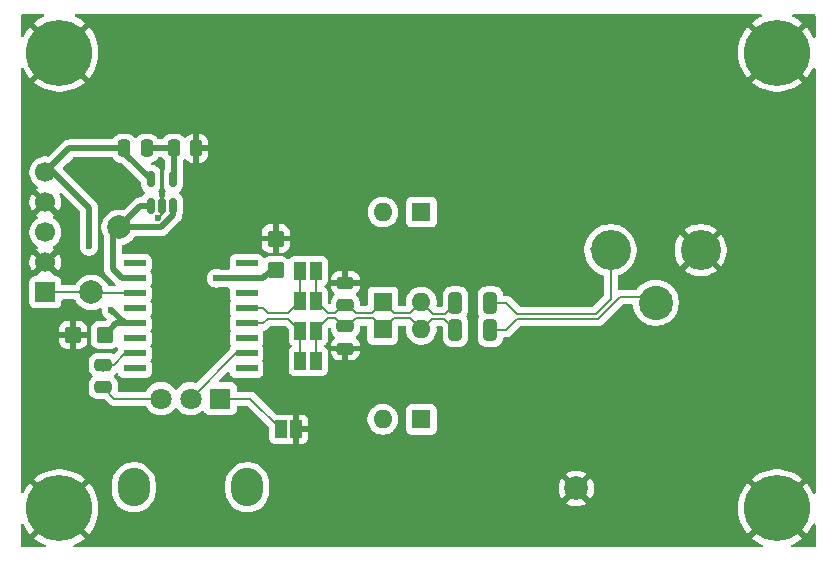
<source format=gbr>
%TF.GenerationSoftware,KiCad,Pcbnew,9.0.1-1.fc42*%
%TF.CreationDate,2025-05-12T13:06:46+02:00*%
%TF.ProjectId,PreAmp,50726541-6d70-42e6-9b69-6361645f7063,1*%
%TF.SameCoordinates,Original*%
%TF.FileFunction,Copper,L1,Top*%
%TF.FilePolarity,Positive*%
%FSLAX46Y46*%
G04 Gerber Fmt 4.6, Leading zero omitted, Abs format (unit mm)*
G04 Created by KiCad (PCBNEW 9.0.1-1.fc42) date 2025-05-12 13:06:46*
%MOMM*%
%LPD*%
G01*
G04 APERTURE LIST*
G04 Aperture macros list*
%AMRoundRect*
0 Rectangle with rounded corners*
0 $1 Rounding radius*
0 $2 $3 $4 $5 $6 $7 $8 $9 X,Y pos of 4 corners*
0 Add a 4 corners polygon primitive as box body*
4,1,4,$2,$3,$4,$5,$6,$7,$8,$9,$2,$3,0*
0 Add four circle primitives for the rounded corners*
1,1,$1+$1,$2,$3*
1,1,$1+$1,$4,$5*
1,1,$1+$1,$6,$7*
1,1,$1+$1,$8,$9*
0 Add four rect primitives between the rounded corners*
20,1,$1+$1,$2,$3,$4,$5,0*
20,1,$1+$1,$4,$5,$6,$7,0*
20,1,$1+$1,$6,$7,$8,$9,0*
20,1,$1+$1,$8,$9,$2,$3,0*%
G04 Aperture macros list end*
%TA.AperFunction,SMDPad,CuDef*%
%ADD10RoundRect,0.250000X0.475000X-0.250000X0.475000X0.250000X-0.475000X0.250000X-0.475000X-0.250000X0*%
%TD*%
%TA.AperFunction,SMDPad,CuDef*%
%ADD11C,2.000000*%
%TD*%
%TA.AperFunction,ComponentPad*%
%ADD12O,2.720000X3.240000*%
%TD*%
%TA.AperFunction,ComponentPad*%
%ADD13R,1.800000X1.800000*%
%TD*%
%TA.AperFunction,ComponentPad*%
%ADD14C,1.800000*%
%TD*%
%TA.AperFunction,ComponentPad*%
%ADD15C,3.400000*%
%TD*%
%TA.AperFunction,ComponentPad*%
%ADD16C,2.900000*%
%TD*%
%TA.AperFunction,SMDPad,CuDef*%
%ADD17R,1.000000X1.500000*%
%TD*%
%TA.AperFunction,SMDPad,CuDef*%
%ADD18RoundRect,0.250000X-0.250000X-0.475000X0.250000X-0.475000X0.250000X0.475000X-0.250000X0.475000X0*%
%TD*%
%TA.AperFunction,SMDPad,CuDef*%
%ADD19RoundRect,0.250000X0.445000X-0.457500X0.445000X0.457500X-0.445000X0.457500X-0.445000X-0.457500X0*%
%TD*%
%TA.AperFunction,ComponentPad*%
%ADD20C,3.600000*%
%TD*%
%TA.AperFunction,ConnectorPad*%
%ADD21C,5.600000*%
%TD*%
%TA.AperFunction,ComponentPad*%
%ADD22R,1.600000X1.600000*%
%TD*%
%TA.AperFunction,ComponentPad*%
%ADD23O,1.600000X1.600000*%
%TD*%
%TA.AperFunction,SMDPad,CuDef*%
%ADD24RoundRect,0.150000X0.150000X-0.512500X0.150000X0.512500X-0.150000X0.512500X-0.150000X-0.512500X0*%
%TD*%
%TA.AperFunction,SMDPad,CuDef*%
%ADD25R,1.873999X0.558000*%
%TD*%
%TA.AperFunction,SMDPad,CuDef*%
%ADD26RoundRect,0.250000X0.325000X0.650000X-0.325000X0.650000X-0.325000X-0.650000X0.325000X-0.650000X0*%
%TD*%
%TA.AperFunction,ComponentPad*%
%ADD27R,1.700000X1.700000*%
%TD*%
%TA.AperFunction,ComponentPad*%
%ADD28C,1.700000*%
%TD*%
%TA.AperFunction,SMDPad,CuDef*%
%ADD29RoundRect,0.250000X-0.475000X0.250000X-0.475000X-0.250000X0.475000X-0.250000X0.475000X0.250000X0*%
%TD*%
%TA.AperFunction,SMDPad,CuDef*%
%ADD30RoundRect,0.250000X0.457500X0.445000X-0.457500X0.445000X-0.457500X-0.445000X0.457500X-0.445000X0*%
%TD*%
%TA.AperFunction,ViaPad*%
%ADD31C,0.600000*%
%TD*%
%TA.AperFunction,Conductor*%
%ADD32C,0.200000*%
%TD*%
%TA.AperFunction,Conductor*%
%ADD33C,0.500000*%
%TD*%
G04 APERTURE END LIST*
D10*
%TO.P,R4,1*%
%TO.N,/Cont+*%
X143200000Y-100010000D03*
%TO.P,R4,2*%
%TO.N,GND*%
X143200000Y-98110000D03*
%TD*%
D11*
%TO.P,TP1,1,1*%
%TO.N,1.6V*%
X124052000Y-93400000D03*
%TD*%
D12*
%TO.P,RV1,*%
%TO.N,*%
X134900000Y-115400000D03*
X125300000Y-115400000D03*
D13*
%TO.P,RV1,1,1*%
%TO.N,Net-(JP1-A)*%
X132600000Y-107900000D03*
D14*
%TO.P,RV1,2,2*%
%TO.N,Net-(U2-RG1)*%
X130100000Y-107900000D03*
%TO.P,RV1,3,3*%
%TO.N,Net-(R5-Pad1)*%
X127600000Y-107900000D03*
%TD*%
D10*
%TO.P,R5,1*%
%TO.N,Net-(R5-Pad1)*%
X122700000Y-106950000D03*
%TO.P,R5,2*%
%TO.N,Net-(U2-RG2)*%
X122700000Y-105050000D03*
%TD*%
D15*
%TO.P,J1,1*%
%TO.N,GND*%
X173300000Y-95330000D03*
%TO.P,J1,2*%
%TO.N,/XLR+*%
X165680000Y-95330000D03*
D16*
%TO.P,J1,3*%
%TO.N,/XLR-*%
X169490000Y-99780000D03*
%TD*%
D11*
%TO.P,TP2,1,1*%
%TO.N,GND*%
X162750000Y-115500000D03*
%TD*%
D17*
%TO.P,JP5,1,A*%
%TO.N,/In-*%
X139400000Y-104700000D03*
%TO.P,JP5,2,B*%
%TO.N,/Cont-*%
X140700000Y-104700000D03*
%TD*%
D18*
%TO.P,R2,1*%
%TO.N,Net-(U1--)*%
X128678000Y-86710000D03*
%TO.P,R2,2*%
%TO.N,GND*%
X130578000Y-86710000D03*
%TD*%
D19*
%TO.P,C3,1*%
%TO.N,-6V*%
X137300000Y-97052500D03*
%TO.P,C3,2*%
%TO.N,GND*%
X137300000Y-94347500D03*
%TD*%
D20*
%TO.P,H4,1,1*%
%TO.N,GND*%
X179750000Y-78600000D03*
D21*
X179750000Y-78600000D03*
%TD*%
D17*
%TO.P,JP4,1,A*%
%TO.N,/In-*%
X139400000Y-102150000D03*
%TO.P,JP4,2,B*%
%TO.N,/Cont-*%
X140700000Y-102150000D03*
%TD*%
D22*
%TO.P,D4,1,K*%
%TO.N,/Cont-*%
X146370000Y-102030000D03*
D23*
%TO.P,D4,2,A*%
%TO.N,-6V*%
X146370000Y-109650000D03*
%TD*%
D22*
%TO.P,D2,1,K*%
%TO.N,/Cont+*%
X146380000Y-99730000D03*
D23*
%TO.P,D2,2,A*%
%TO.N,-6V*%
X146380000Y-92110000D03*
%TD*%
D24*
%TO.P,U1,1*%
%TO.N,1.6V*%
X126728000Y-91597500D03*
%TO.P,U1,2,V-*%
%TO.N,GND*%
X127678000Y-91597500D03*
%TO.P,U1,3,+*%
%TO.N,1.6V*%
X128628000Y-91597500D03*
%TO.P,U1,4,-*%
%TO.N,Net-(U1--)*%
X128628000Y-89322500D03*
%TO.P,U1,5,V+*%
%TO.N,6V*%
X126728000Y-89322500D03*
%TD*%
D18*
%TO.P,R1,1*%
%TO.N,6V*%
X124478000Y-86710000D03*
%TO.P,R1,2*%
%TO.N,Net-(U1--)*%
X126378000Y-86710000D03*
%TD*%
D20*
%TO.P,H1,1,1*%
%TO.N,GND*%
X179750000Y-117200000D03*
D21*
X179750000Y-117200000D03*
%TD*%
D25*
%TO.P,U2,1,NC*%
%TO.N,unconnected-(U2-NC-Pad1)*%
X134834301Y-105345000D03*
%TO.P,U2,2,RG1*%
%TO.N,Net-(U2-RG1)*%
X134834301Y-104075000D03*
%TO.P,U2,3,NC*%
%TO.N,unconnected-(U2-NC-Pad3)*%
X134834301Y-102805000D03*
%TO.P,U2,4,VIN-*%
%TO.N,/In-*%
X134834301Y-101535000D03*
%TO.P,U2,5,VIN+*%
%TO.N,/In+*%
X134834301Y-100265000D03*
%TO.P,U2,6,NC*%
%TO.N,unconnected-(U2-NC-Pad6)*%
X134834301Y-98995000D03*
%TO.P,U2,7,V-*%
%TO.N,-6V*%
X134834301Y-97725000D03*
%TO.P,U2,8,NC*%
%TO.N,unconnected-(U2-NC-Pad8)*%
X134834301Y-96455000D03*
%TO.P,U2,9,NC*%
%TO.N,unconnected-(U2-NC-Pad9)*%
X125365699Y-96455000D03*
%TO.P,U2,10,REF*%
%TO.N,1.6V*%
X125365699Y-97725000D03*
%TO.P,U2,11,VOUT*%
%TO.N,Out*%
X125365699Y-98995000D03*
%TO.P,U2,12,NC*%
%TO.N,unconnected-(U2-NC-Pad12)*%
X125365699Y-100265000D03*
%TO.P,U2,13,V+*%
%TO.N,6V*%
X125365699Y-101535000D03*
%TO.P,U2,14,NC*%
%TO.N,unconnected-(U2-NC-Pad14)*%
X125365699Y-102805000D03*
%TO.P,U2,15,RG2*%
%TO.N,Net-(U2-RG2)*%
X125365699Y-104075000D03*
%TO.P,U2,16,NC*%
%TO.N,unconnected-(U2-NC-Pad16)*%
X125365699Y-105345000D03*
%TD*%
D26*
%TO.P,C2,1*%
%TO.N,/XLR-*%
X155475000Y-102100000D03*
%TO.P,C2,2*%
%TO.N,/Cont-*%
X152525000Y-102100000D03*
%TD*%
D17*
%TO.P,JP2,1,A*%
%TO.N,/In+*%
X139400000Y-97100000D03*
%TO.P,JP2,2,B*%
%TO.N,/Cont+*%
X140700000Y-97100000D03*
%TD*%
D27*
%TO.P,J2,1,Pin_1*%
%TO.N,Out*%
X117808000Y-98900000D03*
D28*
%TO.P,J2,2,Pin_2*%
%TO.N,GND*%
X117808000Y-96360000D03*
%TO.P,J2,3,Pin_3*%
%TO.N,-6V*%
X117808000Y-93820000D03*
%TO.P,J2,4,Pin_4*%
%TO.N,GND*%
X117808000Y-91280000D03*
%TO.P,J2,5,Pin_5*%
%TO.N,6V*%
X117808000Y-88740000D03*
%TD*%
D22*
%TO.P,D1,1,K*%
%TO.N,6V*%
X149640000Y-92110000D03*
D23*
%TO.P,D1,2,A*%
%TO.N,/Cont+*%
X149640000Y-99730000D03*
%TD*%
D17*
%TO.P,JP3,1,A*%
%TO.N,/In+*%
X139400000Y-99650000D03*
%TO.P,JP3,2,B*%
%TO.N,/Cont+*%
X140700000Y-99650000D03*
%TD*%
D11*
%TO.P,TP3,1,1*%
%TO.N,Out*%
X121700000Y-98900000D03*
%TD*%
D20*
%TO.P,H2,1,1*%
%TO.N,GND*%
X119000000Y-117200000D03*
D21*
X119000000Y-117200000D03*
%TD*%
D26*
%TO.P,C1,1*%
%TO.N,/XLR+*%
X155475000Y-99800000D03*
%TO.P,C1,2*%
%TO.N,/Cont+*%
X152525000Y-99800000D03*
%TD*%
D20*
%TO.P,H3,1,1*%
%TO.N,GND*%
X119000000Y-78600000D03*
D21*
X119000000Y-78600000D03*
%TD*%
D29*
%TO.P,R3,1*%
%TO.N,/Cont-*%
X143200000Y-101760000D03*
%TO.P,R3,2*%
%TO.N,GND*%
X143200000Y-103660000D03*
%TD*%
D30*
%TO.P,C4,1*%
%TO.N,6V*%
X122852500Y-102500000D03*
%TO.P,C4,2*%
%TO.N,GND*%
X120147500Y-102500000D03*
%TD*%
D22*
%TO.P,D3,1,K*%
%TO.N,6V*%
X149630000Y-109660000D03*
D23*
%TO.P,D3,2,A*%
%TO.N,/Cont-*%
X149630000Y-102040000D03*
%TD*%
D17*
%TO.P,JP1,1,A*%
%TO.N,Net-(JP1-A)*%
X137750000Y-110500000D03*
%TO.P,JP1,2,B*%
%TO.N,GND*%
X139050000Y-110500000D03*
%TD*%
D31*
%TO.N,GND*%
X127670000Y-90400000D03*
X127320000Y-92620000D03*
%TO.N,-6V*%
X132270000Y-97700000D03*
%TO.N,6V*%
X123400000Y-100400000D03*
X121500000Y-95000000D03*
%TD*%
D32*
%TO.N,GND*%
X127678000Y-91597500D02*
X127678000Y-92262000D01*
X127678000Y-90408000D02*
X127670000Y-90400000D01*
X127678000Y-91597500D02*
X127678000Y-90408000D01*
X127678000Y-92262000D02*
X127320000Y-92620000D01*
D33*
%TO.N,-6V*%
X136225000Y-97725000D02*
X137300000Y-96650000D01*
X132295000Y-97725000D02*
X132270000Y-97700000D01*
X134834301Y-97725000D02*
X136225000Y-97725000D01*
X117808000Y-93820000D02*
X117928000Y-93700000D01*
X134834301Y-97725000D02*
X132295000Y-97725000D01*
%TO.N,6V*%
X125365699Y-101535000D02*
X123817500Y-101535000D01*
X124478000Y-86710000D02*
X124478000Y-87072500D01*
X117808000Y-88740000D02*
X118490000Y-88740000D01*
X117808000Y-88740000D02*
X119838000Y-86710000D01*
X124535000Y-101535000D02*
X125365699Y-101535000D01*
X123350000Y-100450000D02*
X123400000Y-100400000D01*
X121500000Y-91750000D02*
X121500000Y-95000000D01*
X120750000Y-91000000D02*
X121500000Y-91750000D01*
X119838000Y-86710000D02*
X124478000Y-86710000D01*
X123400000Y-100400000D02*
X124535000Y-101535000D01*
D32*
X125350699Y-101550000D02*
X125365699Y-101535000D01*
D33*
X123817500Y-101535000D02*
X122852500Y-102500000D01*
X124478000Y-87072500D02*
X126728000Y-89322500D01*
X118490000Y-88740000D02*
X120750000Y-91000000D01*
D32*
%TO.N,Out*%
X121700000Y-98900000D02*
X117808000Y-98900000D01*
X125365699Y-98995000D02*
X121795000Y-98995000D01*
X121795000Y-98995000D02*
X121700000Y-98900000D01*
D33*
%TO.N,Net-(U1--)*%
X128678000Y-89272500D02*
X128628000Y-89322500D01*
X128678000Y-86710000D02*
X128678000Y-89272500D01*
X126378000Y-86710000D02*
X128678000Y-86710000D01*
D32*
%TO.N,Net-(R5-Pad1)*%
X122700000Y-106950000D02*
X123650000Y-107900000D01*
X123650000Y-107900000D02*
X127600000Y-107900000D01*
%TO.N,Net-(U2-RG2)*%
X122700000Y-105600000D02*
X122700000Y-105500000D01*
X125365699Y-104075000D02*
X124555000Y-104075000D01*
X123580000Y-105050000D02*
X122700000Y-105050000D01*
X124555000Y-104075000D02*
X123580000Y-105050000D01*
%TO.N,Net-(U2-RG1)*%
X130100000Y-107900000D02*
X133925000Y-104075000D01*
X133925000Y-104075000D02*
X134834301Y-104075000D01*
D33*
%TO.N,1.6V*%
X124052000Y-93400000D02*
X123500000Y-93952000D01*
X124052000Y-93400000D02*
X127600000Y-93400000D01*
X123500000Y-93952000D02*
X123500000Y-96900000D01*
X124325000Y-97725000D02*
X125365699Y-97725000D01*
X123500000Y-96900000D02*
X124325000Y-97725000D01*
X125854500Y-91597500D02*
X124052000Y-93400000D01*
X126728000Y-91597500D02*
X125854500Y-91597500D01*
X127600000Y-93400000D02*
X128628000Y-92372000D01*
X124052000Y-93400000D02*
X124152000Y-93500000D01*
X128628000Y-92372000D02*
X128628000Y-91597500D01*
D32*
%TO.N,/In+*%
X136239800Y-100265000D02*
X136649800Y-100675000D01*
X134834301Y-100265000D02*
X136239800Y-100265000D01*
X136649800Y-100675000D02*
X138375000Y-100675000D01*
X139400000Y-99650000D02*
X138375000Y-100675000D01*
X139400000Y-99650000D02*
X139400000Y-97100000D01*
%TO.N,/In-*%
X136239800Y-101535000D02*
X134834301Y-101535000D01*
X136649800Y-101125000D02*
X136239800Y-101535000D01*
X138375000Y-101125000D02*
X136649800Y-101125000D01*
X139400000Y-102150000D02*
X139400000Y-104700000D01*
X139400000Y-102150000D02*
X138375000Y-101125000D01*
%TO.N,Net-(JP1-A)*%
X132600000Y-107900000D02*
X135150000Y-107900000D01*
X135150000Y-107900000D02*
X137750000Y-110500000D01*
%TO.N,/XLR+*%
X155475000Y-99800000D02*
X156825001Y-99800000D01*
X165680000Y-99461801D02*
X165680000Y-95330000D01*
X157750001Y-100725000D02*
X164416801Y-100725000D01*
X164416801Y-100725000D02*
X165680000Y-99461801D01*
X156825001Y-99800000D02*
X157750001Y-100725000D01*
X164090000Y-95180000D02*
X164000000Y-95270000D01*
%TO.N,/Cont+*%
X142975000Y-100010000D02*
X143200000Y-100010000D01*
X140700000Y-99650000D02*
X141725000Y-100675000D01*
X141725000Y-100675000D02*
X142310000Y-100675000D01*
X148449470Y-100664999D02*
X148705001Y-100664999D01*
X144360001Y-100659999D02*
X145450001Y-100659999D01*
X143200000Y-100010000D02*
X143425000Y-100010000D01*
X145450001Y-100659999D02*
X146380000Y-99730000D01*
X147616280Y-100664999D02*
X148449470Y-100664999D01*
X150635000Y-100725000D02*
X149640000Y-99730000D01*
X142310000Y-100675000D02*
X142975000Y-100010000D01*
X148705001Y-100664999D02*
X149640000Y-99730000D01*
X146380000Y-99730000D02*
X147314999Y-100664999D01*
X152525000Y-99800000D02*
X151600000Y-100725000D01*
X144360000Y-100660000D02*
X144360001Y-100659999D01*
X152200000Y-99680000D02*
X152050000Y-99680000D01*
X140700000Y-99650000D02*
X140700000Y-97100000D01*
X143425000Y-100010000D02*
X144075000Y-100660000D01*
X151600000Y-100725000D02*
X150635000Y-100725000D01*
X147314999Y-100664999D02*
X147616280Y-100664999D01*
X144075000Y-100660000D02*
X144360000Y-100660000D01*
%TO.N,/Cont-*%
X151576000Y-101126000D02*
X150549000Y-101126000D01*
X143200000Y-101760000D02*
X143425000Y-101760000D01*
X148449470Y-101115001D02*
X148705001Y-101115001D01*
X144074999Y-101110001D02*
X145560001Y-101110001D01*
X152525000Y-102075000D02*
X151576000Y-101126000D01*
X147616280Y-101115001D02*
X148449470Y-101115001D01*
X148705001Y-101115001D02*
X149630000Y-102040000D01*
X146370000Y-102030000D02*
X147284999Y-101115001D01*
X141740000Y-101110000D02*
X142325000Y-101110000D01*
X142325000Y-101110000D02*
X142975000Y-101760000D01*
X147284999Y-101115001D02*
X147616280Y-101115001D01*
X146370000Y-101920000D02*
X146370000Y-102030000D01*
X145560001Y-101110001D02*
X146370000Y-101920000D01*
X142975000Y-101760000D02*
X143200000Y-101760000D01*
X149635000Y-102040000D02*
X149630000Y-102040000D01*
X143425000Y-101760000D02*
X144074999Y-101110001D01*
X140700000Y-102150000D02*
X141740000Y-101110000D01*
X150549000Y-101126000D02*
X149635000Y-102040000D01*
X140700000Y-102150000D02*
X140700000Y-104700000D01*
X152525000Y-102100000D02*
X152525000Y-102075000D01*
%TO.N,/XLR-*%
X169035000Y-99325000D02*
X169490000Y-99780000D01*
X166453199Y-99325000D02*
X169035000Y-99325000D01*
X157750001Y-101175000D02*
X164603199Y-101175000D01*
X155475000Y-102100000D02*
X156825001Y-102100000D01*
X164603199Y-101175000D02*
X166453199Y-99325000D01*
X156825001Y-102100000D02*
X157750001Y-101175000D01*
%TD*%
%TA.AperFunction,Conductor*%
%TO.N,GND*%
G36*
X117779588Y-118242330D02*
G01*
X117957670Y-118420412D01*
X118059300Y-118494251D01*
X116849443Y-119704107D01*
X116849444Y-119704108D01*
X117031815Y-119853777D01*
X117031829Y-119853787D01*
X117301401Y-120033909D01*
X117301419Y-120033920D01*
X117587359Y-120186759D01*
X117587364Y-120186761D01*
X117766444Y-120260939D01*
X117820847Y-120304780D01*
X117842912Y-120371074D01*
X117825633Y-120438774D01*
X117774495Y-120486384D01*
X117718991Y-120499500D01*
X115874500Y-120499500D01*
X115807461Y-120479815D01*
X115761706Y-120427011D01*
X115750500Y-120375500D01*
X115750500Y-118601719D01*
X115770185Y-118534680D01*
X115822989Y-118488925D01*
X115892147Y-118478981D01*
X115955703Y-118508006D01*
X115989061Y-118554267D01*
X116013235Y-118612628D01*
X116013240Y-118612640D01*
X116166079Y-118898580D01*
X116166090Y-118898598D01*
X116346212Y-119168170D01*
X116346222Y-119168184D01*
X116495890Y-119350554D01*
X116495891Y-119350555D01*
X117705748Y-118140698D01*
X117779588Y-118242330D01*
G37*
%TD.AperFunction*%
%TA.AperFunction,Conductor*%
G36*
X123513981Y-87480185D02*
G01*
X123552479Y-87519401D01*
X123635288Y-87653656D01*
X123759344Y-87777712D01*
X123908666Y-87869814D01*
X124075203Y-87924999D01*
X124177991Y-87935500D01*
X124228268Y-87935499D01*
X124295307Y-87955182D01*
X124315950Y-87971818D01*
X125891181Y-89547048D01*
X125924666Y-89608371D01*
X125927500Y-89634729D01*
X125927500Y-89900701D01*
X125930401Y-89937567D01*
X125930402Y-89937573D01*
X125976254Y-90095393D01*
X125976255Y-90095396D01*
X126059917Y-90236862D01*
X126059923Y-90236870D01*
X126176129Y-90353076D01*
X126176140Y-90353085D01*
X126176455Y-90353271D01*
X126176650Y-90353480D01*
X126182298Y-90357861D01*
X126181591Y-90358772D01*
X126224136Y-90404343D01*
X126236637Y-90473085D01*
X126209988Y-90537673D01*
X126182078Y-90561856D01*
X126182298Y-90562139D01*
X126177092Y-90566176D01*
X126176455Y-90566729D01*
X126176140Y-90566914D01*
X126176129Y-90566923D01*
X126059923Y-90683129D01*
X126059914Y-90683141D01*
X125999014Y-90786120D01*
X125947946Y-90833804D01*
X125892282Y-90847000D01*
X125780580Y-90847000D01*
X125635592Y-90875840D01*
X125635582Y-90875843D01*
X125499011Y-90932412D01*
X125498999Y-90932419D01*
X125469017Y-90952453D01*
X125469016Y-90952453D01*
X125376085Y-91014546D01*
X125376078Y-91014552D01*
X124491911Y-91898719D01*
X124430588Y-91932204D01*
X124384832Y-91933511D01*
X124170097Y-91899500D01*
X124170092Y-91899500D01*
X123933908Y-91899500D01*
X123933903Y-91899500D01*
X123700631Y-91936446D01*
X123476003Y-92009433D01*
X123265566Y-92116657D01*
X123184321Y-92175686D01*
X123074490Y-92255483D01*
X123074488Y-92255485D01*
X123074487Y-92255485D01*
X122907485Y-92422487D01*
X122907485Y-92422488D01*
X122907483Y-92422490D01*
X122849168Y-92502754D01*
X122768657Y-92613566D01*
X122661433Y-92824003D01*
X122588446Y-93048631D01*
X122551500Y-93281902D01*
X122551500Y-93518097D01*
X122588446Y-93751368D01*
X122661433Y-93975996D01*
X122735985Y-94122310D01*
X122749500Y-94178605D01*
X122749500Y-96973918D01*
X122749500Y-96973920D01*
X122749499Y-96973920D01*
X122778340Y-97118907D01*
X122778343Y-97118917D01*
X122834913Y-97255490D01*
X122834914Y-97255491D01*
X122834916Y-97255495D01*
X122854852Y-97285331D01*
X122878560Y-97320814D01*
X122917051Y-97378420D01*
X122917052Y-97378421D01*
X123721451Y-98182819D01*
X123754936Y-98244142D01*
X123749952Y-98313833D01*
X123708080Y-98369767D01*
X123642616Y-98394184D01*
X123633770Y-98394500D01*
X123202473Y-98394500D01*
X123135434Y-98374815D01*
X123091988Y-98326795D01*
X123082387Y-98307952D01*
X122983343Y-98113567D01*
X122844517Y-97922490D01*
X122677510Y-97755483D01*
X122486433Y-97616657D01*
X122465914Y-97606202D01*
X122275996Y-97509433D01*
X122051368Y-97436446D01*
X121818097Y-97399500D01*
X121818092Y-97399500D01*
X121581908Y-97399500D01*
X121581903Y-97399500D01*
X121348631Y-97436446D01*
X121124003Y-97509433D01*
X120913566Y-97616657D01*
X120809244Y-97692452D01*
X120722490Y-97755483D01*
X120722488Y-97755485D01*
X120722487Y-97755485D01*
X120555485Y-97922487D01*
X120555485Y-97922488D01*
X120555483Y-97922490D01*
X120530060Y-97957482D01*
X120416657Y-98113566D01*
X120385100Y-98175500D01*
X120358855Y-98227011D01*
X120356417Y-98231795D01*
X120308442Y-98282591D01*
X120245932Y-98299500D01*
X119282499Y-98299500D01*
X119215460Y-98279815D01*
X119169705Y-98227011D01*
X119158499Y-98175500D01*
X119158499Y-98002129D01*
X119158498Y-98002123D01*
X119158497Y-98002116D01*
X119152091Y-97942517D01*
X119148728Y-97933501D01*
X119101797Y-97807671D01*
X119101793Y-97807664D01*
X119015547Y-97692455D01*
X119015544Y-97692452D01*
X118900335Y-97606206D01*
X118900328Y-97606202D01*
X118765482Y-97555908D01*
X118765483Y-97555908D01*
X118705883Y-97549501D01*
X118705881Y-97549500D01*
X118705873Y-97549500D01*
X118705865Y-97549500D01*
X118695309Y-97549500D01*
X118628270Y-97529815D01*
X118607628Y-97513181D01*
X117937408Y-96842962D01*
X118000993Y-96825925D01*
X118115007Y-96760099D01*
X118208099Y-96667007D01*
X118273925Y-96552993D01*
X118290962Y-96489409D01*
X118923270Y-97121717D01*
X118923270Y-97121716D01*
X118962622Y-97067554D01*
X119059095Y-96878217D01*
X119124757Y-96676130D01*
X119124757Y-96676127D01*
X119158000Y-96466246D01*
X119158000Y-96253753D01*
X119124757Y-96043872D01*
X119124757Y-96043869D01*
X119059095Y-95841782D01*
X118962624Y-95652449D01*
X118923270Y-95598282D01*
X118923269Y-95598282D01*
X118290962Y-96230590D01*
X118273925Y-96167007D01*
X118208099Y-96052993D01*
X118115007Y-95959901D01*
X118000993Y-95894075D01*
X117937409Y-95877037D01*
X118569716Y-95244728D01*
X118515547Y-95205373D01*
X118515547Y-95205372D01*
X118506500Y-95200763D01*
X118455706Y-95152788D01*
X118438912Y-95084966D01*
X118461451Y-95018832D01*
X118506508Y-94979793D01*
X118515816Y-94975051D01*
X118609543Y-94906955D01*
X118687786Y-94850109D01*
X118687788Y-94850106D01*
X118687792Y-94850104D01*
X118838104Y-94699792D01*
X118838106Y-94699788D01*
X118838109Y-94699786D01*
X118963048Y-94527820D01*
X118963047Y-94527820D01*
X118963051Y-94527816D01*
X119059557Y-94338412D01*
X119125246Y-94136243D01*
X119158500Y-93926287D01*
X119158500Y-93713713D01*
X119125246Y-93503757D01*
X119059557Y-93301588D01*
X118963051Y-93112184D01*
X118963049Y-93112181D01*
X118963048Y-93112179D01*
X118838109Y-92940213D01*
X118687786Y-92789890D01*
X118515817Y-92664949D01*
X118506504Y-92660204D01*
X118455707Y-92612230D01*
X118438912Y-92544409D01*
X118461449Y-92478274D01*
X118506507Y-92439232D01*
X118515555Y-92434622D01*
X118569716Y-92395270D01*
X118569717Y-92395270D01*
X117937408Y-91762962D01*
X118000993Y-91745925D01*
X118115007Y-91680099D01*
X118208099Y-91587007D01*
X118273925Y-91472993D01*
X118290962Y-91409408D01*
X118923270Y-92041717D01*
X118923270Y-92041716D01*
X118962622Y-91987554D01*
X119059095Y-91798217D01*
X119124757Y-91596130D01*
X119124757Y-91596127D01*
X119158000Y-91386246D01*
X119158000Y-91173753D01*
X119124757Y-90963872D01*
X119124757Y-90963869D01*
X119059094Y-90761780D01*
X119008007Y-90661517D01*
X118995110Y-90592848D01*
X119021386Y-90528107D01*
X119078492Y-90487850D01*
X119148297Y-90484857D01*
X119206172Y-90517540D01*
X120162707Y-91474074D01*
X120162728Y-91474097D01*
X120713181Y-92024548D01*
X120746666Y-92085871D01*
X120749500Y-92112229D01*
X120749500Y-94695396D01*
X120740062Y-94742844D01*
X120730263Y-94766503D01*
X120730262Y-94766506D01*
X120730260Y-94766511D01*
X120699500Y-94921153D01*
X120699500Y-95078846D01*
X120730261Y-95233489D01*
X120730264Y-95233501D01*
X120790602Y-95379172D01*
X120790609Y-95379185D01*
X120878210Y-95510288D01*
X120878213Y-95510292D01*
X120989707Y-95621786D01*
X120989711Y-95621789D01*
X121120814Y-95709390D01*
X121120827Y-95709397D01*
X121243524Y-95760219D01*
X121266503Y-95769737D01*
X121421153Y-95800499D01*
X121421156Y-95800500D01*
X121421158Y-95800500D01*
X121578844Y-95800500D01*
X121578845Y-95800499D01*
X121733497Y-95769737D01*
X121879179Y-95709394D01*
X122010289Y-95621789D01*
X122121789Y-95510289D01*
X122209394Y-95379179D01*
X122269737Y-95233497D01*
X122300500Y-95078842D01*
X122300500Y-94921158D01*
X122300500Y-94921155D01*
X122300499Y-94921153D01*
X122269739Y-94766511D01*
X122269738Y-94766508D01*
X122269737Y-94766503D01*
X122259937Y-94742844D01*
X122250500Y-94695396D01*
X122250500Y-91676079D01*
X122221659Y-91531092D01*
X122221658Y-91531091D01*
X122221658Y-91531087D01*
X122215072Y-91515187D01*
X122165087Y-91394511D01*
X122165080Y-91394498D01*
X122082952Y-91271585D01*
X122073483Y-91262116D01*
X121978416Y-91167049D01*
X121793793Y-90982426D01*
X121224097Y-90412728D01*
X121224074Y-90412707D01*
X119298048Y-88486680D01*
X119264563Y-88425357D01*
X119269547Y-88355665D01*
X119298048Y-88311318D01*
X119684368Y-87924999D01*
X120112548Y-87496819D01*
X120173871Y-87463334D01*
X120200229Y-87460500D01*
X123446942Y-87460500D01*
X123513981Y-87480185D01*
G37*
%TD.AperFunction*%
%TA.AperFunction,Conductor*%
G36*
X127713981Y-87480185D02*
G01*
X127752479Y-87519401D01*
X127835288Y-87653656D01*
X127835289Y-87653657D01*
X127891181Y-87709549D01*
X127924666Y-87770872D01*
X127927500Y-87797230D01*
X127927500Y-88429030D01*
X127910232Y-88492150D01*
X127876257Y-88549599D01*
X127876254Y-88549606D01*
X127830402Y-88707426D01*
X127830401Y-88707432D01*
X127827500Y-88744298D01*
X127827500Y-89900701D01*
X127830401Y-89937567D01*
X127830402Y-89937573D01*
X127876254Y-90095393D01*
X127876255Y-90095396D01*
X127959917Y-90236862D01*
X127964702Y-90243031D01*
X127963018Y-90244336D01*
X127991246Y-90296031D01*
X127986262Y-90365723D01*
X127954234Y-90413461D01*
X127928000Y-90437702D01*
X127928000Y-90703184D01*
X127910733Y-90766304D01*
X127876254Y-90824605D01*
X127876254Y-90824606D01*
X127830402Y-90982426D01*
X127830401Y-90982432D01*
X127827500Y-91019298D01*
X127827500Y-91473500D01*
X127824949Y-91482185D01*
X127826238Y-91491147D01*
X127815259Y-91515187D01*
X127807815Y-91540539D01*
X127800974Y-91546466D01*
X127797213Y-91554703D01*
X127774978Y-91568992D01*
X127755011Y-91586294D01*
X127744496Y-91588581D01*
X127738435Y-91592477D01*
X127703500Y-91597500D01*
X127652500Y-91597500D01*
X127585461Y-91577815D01*
X127539706Y-91525011D01*
X127528500Y-91473500D01*
X127528500Y-91019313D01*
X127528499Y-91019298D01*
X127528125Y-91014548D01*
X127525598Y-90982431D01*
X127520205Y-90963869D01*
X127479745Y-90824606D01*
X127479745Y-90824605D01*
X127479744Y-90824603D01*
X127479744Y-90824602D01*
X127445267Y-90766304D01*
X127428000Y-90703184D01*
X127428000Y-90437702D01*
X127401765Y-90413461D01*
X127365887Y-90353507D01*
X127368118Y-90283673D01*
X127392533Y-90243988D01*
X127391298Y-90243031D01*
X127396075Y-90236870D01*
X127396081Y-90236865D01*
X127479744Y-90095398D01*
X127513505Y-89979191D01*
X127525597Y-89937573D01*
X127525598Y-89937567D01*
X127528499Y-89900701D01*
X127528500Y-89900694D01*
X127528500Y-88744306D01*
X127525598Y-88707431D01*
X127479744Y-88549602D01*
X127396081Y-88408135D01*
X127396079Y-88408133D01*
X127396076Y-88408129D01*
X127279870Y-88291923D01*
X127279862Y-88291917D01*
X127138396Y-88208255D01*
X127138393Y-88208254D01*
X126980573Y-88162402D01*
X126980567Y-88162401D01*
X126943701Y-88159500D01*
X126943694Y-88159500D01*
X126841545Y-88159500D01*
X126774506Y-88139815D01*
X126728751Y-88087011D01*
X126718807Y-88017853D01*
X126747832Y-87954297D01*
X126802541Y-87917794D01*
X126832698Y-87907800D01*
X126947334Y-87869814D01*
X127096656Y-87777712D01*
X127220712Y-87653656D01*
X127303519Y-87519402D01*
X127311106Y-87512578D01*
X127315345Y-87503297D01*
X127336644Y-87489608D01*
X127355467Y-87472679D01*
X127367102Y-87470034D01*
X127374123Y-87465523D01*
X127409058Y-87460500D01*
X127646942Y-87460500D01*
X127713981Y-87480185D01*
G37*
%TD.AperFunction*%
%TA.AperFunction,Conductor*%
G36*
X178415320Y-75370185D02*
G01*
X178461075Y-75422989D01*
X178471019Y-75492147D01*
X178441994Y-75555703D01*
X178395733Y-75589061D01*
X178337371Y-75613235D01*
X178337359Y-75613240D01*
X178051419Y-75766079D01*
X178051401Y-75766090D01*
X177781829Y-75946212D01*
X177781815Y-75946222D01*
X177599444Y-76095890D01*
X177599443Y-76095891D01*
X178809301Y-77305748D01*
X178707670Y-77379588D01*
X178529588Y-77557670D01*
X178455748Y-77659301D01*
X177245891Y-76449443D01*
X177245890Y-76449444D01*
X177096222Y-76631815D01*
X177096212Y-76631829D01*
X176916090Y-76901401D01*
X176916079Y-76901419D01*
X176763240Y-77187359D01*
X176763238Y-77187364D01*
X176639157Y-77486921D01*
X176545033Y-77797207D01*
X176545030Y-77797218D01*
X176481782Y-78115198D01*
X176481779Y-78115215D01*
X176450000Y-78437884D01*
X176450000Y-78762115D01*
X176481779Y-79084784D01*
X176481782Y-79084801D01*
X176545030Y-79402781D01*
X176545033Y-79402792D01*
X176639157Y-79713078D01*
X176763238Y-80012635D01*
X176763240Y-80012640D01*
X176916079Y-80298580D01*
X176916090Y-80298598D01*
X177096212Y-80568170D01*
X177096222Y-80568184D01*
X177245890Y-80750554D01*
X177245891Y-80750555D01*
X178455748Y-79540698D01*
X178529588Y-79642330D01*
X178707670Y-79820412D01*
X178809300Y-79894251D01*
X177599443Y-81104107D01*
X177599444Y-81104108D01*
X177781815Y-81253777D01*
X177781829Y-81253787D01*
X178051401Y-81433909D01*
X178051419Y-81433920D01*
X178337359Y-81586759D01*
X178337364Y-81586761D01*
X178636921Y-81710842D01*
X178947207Y-81804966D01*
X178947218Y-81804969D01*
X179265198Y-81868217D01*
X179265215Y-81868220D01*
X179587884Y-81900000D01*
X179912116Y-81900000D01*
X180234784Y-81868220D01*
X180234801Y-81868217D01*
X180552781Y-81804969D01*
X180552792Y-81804966D01*
X180863078Y-81710842D01*
X181162635Y-81586761D01*
X181162640Y-81586759D01*
X181448580Y-81433920D01*
X181448598Y-81433909D01*
X181718170Y-81253787D01*
X181718183Y-81253777D01*
X181900554Y-81104108D01*
X181900554Y-81104107D01*
X180690698Y-79894251D01*
X180792330Y-79820412D01*
X180970412Y-79642330D01*
X181044251Y-79540698D01*
X182254107Y-80750554D01*
X182254108Y-80750554D01*
X182403777Y-80568183D01*
X182403787Y-80568170D01*
X182583909Y-80298598D01*
X182583920Y-80298580D01*
X182736759Y-80012640D01*
X182736761Y-80012635D01*
X182770939Y-79930124D01*
X182814780Y-79875721D01*
X182881074Y-79853656D01*
X182948773Y-79870935D01*
X182996384Y-79922072D01*
X183009500Y-79977577D01*
X183009500Y-115822422D01*
X182989815Y-115889461D01*
X182937011Y-115935216D01*
X182867853Y-115945160D01*
X182804297Y-115916135D01*
X182770939Y-115869875D01*
X182736761Y-115787364D01*
X182736759Y-115787359D01*
X182583920Y-115501419D01*
X182583909Y-115501401D01*
X182403787Y-115231829D01*
X182403777Y-115231815D01*
X182254108Y-115049444D01*
X182254107Y-115049443D01*
X181044250Y-116259299D01*
X180970412Y-116157670D01*
X180792330Y-115979588D01*
X180690697Y-115905747D01*
X181900555Y-114695891D01*
X181900554Y-114695890D01*
X181718184Y-114546222D01*
X181718170Y-114546212D01*
X181448598Y-114366090D01*
X181448580Y-114366079D01*
X181162640Y-114213240D01*
X181162635Y-114213238D01*
X180863078Y-114089157D01*
X180552792Y-113995033D01*
X180552781Y-113995030D01*
X180234801Y-113931782D01*
X180234784Y-113931779D01*
X179912116Y-113900000D01*
X179587884Y-113900000D01*
X179265215Y-113931779D01*
X179265198Y-113931782D01*
X178947218Y-113995030D01*
X178947207Y-113995033D01*
X178636921Y-114089157D01*
X178337364Y-114213238D01*
X178337359Y-114213240D01*
X178051419Y-114366079D01*
X178051401Y-114366090D01*
X177781829Y-114546212D01*
X177781815Y-114546222D01*
X177599444Y-114695890D01*
X177599443Y-114695891D01*
X178809301Y-115905748D01*
X178707670Y-115979588D01*
X178529588Y-116157670D01*
X178455748Y-116259301D01*
X177245891Y-115049443D01*
X177245890Y-115049444D01*
X177096222Y-115231815D01*
X177096212Y-115231829D01*
X176916090Y-115501401D01*
X176916079Y-115501419D01*
X176763240Y-115787359D01*
X176763238Y-115787364D01*
X176639157Y-116086921D01*
X176545033Y-116397207D01*
X176545030Y-116397218D01*
X176481782Y-116715198D01*
X176481779Y-116715215D01*
X176450000Y-117037884D01*
X176450000Y-117362115D01*
X176481779Y-117684784D01*
X176481782Y-117684801D01*
X176545030Y-118002781D01*
X176545033Y-118002792D01*
X176639157Y-118313078D01*
X176763238Y-118612635D01*
X176763240Y-118612640D01*
X176916079Y-118898580D01*
X176916090Y-118898598D01*
X177096212Y-119168170D01*
X177096222Y-119168184D01*
X177245890Y-119350554D01*
X177245891Y-119350555D01*
X178455748Y-118140698D01*
X178529588Y-118242330D01*
X178707670Y-118420412D01*
X178809300Y-118494251D01*
X177599443Y-119704107D01*
X177599444Y-119704108D01*
X177781815Y-119853777D01*
X177781829Y-119853787D01*
X178051401Y-120033909D01*
X178051419Y-120033920D01*
X178337359Y-120186759D01*
X178337364Y-120186761D01*
X178516444Y-120260939D01*
X178570847Y-120304780D01*
X178592912Y-120371074D01*
X178575633Y-120438774D01*
X178524495Y-120486384D01*
X178468991Y-120499500D01*
X120281009Y-120499500D01*
X120213970Y-120479815D01*
X120168215Y-120427011D01*
X120158271Y-120357853D01*
X120187296Y-120294297D01*
X120233556Y-120260939D01*
X120412635Y-120186761D01*
X120412640Y-120186759D01*
X120698580Y-120033920D01*
X120698598Y-120033909D01*
X120968170Y-119853787D01*
X120968183Y-119853777D01*
X121150554Y-119704108D01*
X121150554Y-119704107D01*
X119940698Y-118494251D01*
X120042330Y-118420412D01*
X120220412Y-118242330D01*
X120294251Y-118140698D01*
X121504107Y-119350554D01*
X121504108Y-119350554D01*
X121653777Y-119168183D01*
X121653787Y-119168170D01*
X121833909Y-118898598D01*
X121833920Y-118898580D01*
X121986759Y-118612640D01*
X121986761Y-118612635D01*
X122110842Y-118313078D01*
X122204966Y-118002792D01*
X122204969Y-118002781D01*
X122268217Y-117684801D01*
X122268220Y-117684784D01*
X122300000Y-117362115D01*
X122300000Y-117037884D01*
X122268220Y-116715215D01*
X122268217Y-116715198D01*
X122204969Y-116397218D01*
X122204966Y-116397207D01*
X122110842Y-116086921D01*
X121986761Y-115787364D01*
X121986759Y-115787359D01*
X121833920Y-115501419D01*
X121833909Y-115501401D01*
X121653787Y-115231829D01*
X121653777Y-115231816D01*
X121539576Y-115092662D01*
X121504107Y-115049443D01*
X120294250Y-116259300D01*
X120220412Y-116157670D01*
X120042330Y-115979588D01*
X119940697Y-115905747D01*
X120828397Y-115018048D01*
X123439500Y-115018048D01*
X123439500Y-115781951D01*
X123457167Y-115916135D01*
X123471334Y-116023744D01*
X123471335Y-116023746D01*
X123534456Y-116259320D01*
X123534459Y-116259330D01*
X123627786Y-116484640D01*
X123627791Y-116484651D01*
X123749727Y-116695848D01*
X123749738Y-116695864D01*
X123898199Y-116889343D01*
X123898205Y-116889350D01*
X124070649Y-117061794D01*
X124070655Y-117061799D01*
X124264144Y-117210268D01*
X124264151Y-117210272D01*
X124475348Y-117332208D01*
X124475353Y-117332210D01*
X124475356Y-117332212D01*
X124700679Y-117425544D01*
X124936256Y-117488666D01*
X125178056Y-117520500D01*
X125178063Y-117520500D01*
X125421937Y-117520500D01*
X125421944Y-117520500D01*
X125663744Y-117488666D01*
X125899321Y-117425544D01*
X126124644Y-117332212D01*
X126335856Y-117210268D01*
X126529345Y-117061799D01*
X126701799Y-116889345D01*
X126850268Y-116695856D01*
X126972212Y-116484644D01*
X127065544Y-116259321D01*
X127128666Y-116023744D01*
X127160500Y-115781944D01*
X127160500Y-115018056D01*
X127160499Y-115018048D01*
X133039500Y-115018048D01*
X133039500Y-115781951D01*
X133057167Y-115916135D01*
X133071334Y-116023744D01*
X133071335Y-116023746D01*
X133134456Y-116259320D01*
X133134459Y-116259330D01*
X133227786Y-116484640D01*
X133227791Y-116484651D01*
X133349727Y-116695848D01*
X133349738Y-116695864D01*
X133498199Y-116889343D01*
X133498205Y-116889350D01*
X133670649Y-117061794D01*
X133670655Y-117061799D01*
X133864144Y-117210268D01*
X133864151Y-117210272D01*
X134075348Y-117332208D01*
X134075353Y-117332210D01*
X134075356Y-117332212D01*
X134300679Y-117425544D01*
X134536256Y-117488666D01*
X134778056Y-117520500D01*
X134778063Y-117520500D01*
X135021937Y-117520500D01*
X135021944Y-117520500D01*
X135263744Y-117488666D01*
X135499321Y-117425544D01*
X135724644Y-117332212D01*
X135935856Y-117210268D01*
X136129345Y-117061799D01*
X136301799Y-116889345D01*
X136429702Y-116722658D01*
X161880893Y-116722658D01*
X161963828Y-116782914D01*
X162174197Y-116890102D01*
X162398752Y-116963065D01*
X162398751Y-116963065D01*
X162631948Y-117000000D01*
X162868052Y-117000000D01*
X163101247Y-116963065D01*
X163243310Y-116916906D01*
X163243311Y-116916906D01*
X163325804Y-116890101D01*
X163536163Y-116782918D01*
X163536169Y-116782914D01*
X163619104Y-116722658D01*
X163619105Y-116722658D01*
X162750000Y-115853554D01*
X161880893Y-116722658D01*
X136429702Y-116722658D01*
X136450268Y-116695856D01*
X136572212Y-116484644D01*
X136665544Y-116259321D01*
X136728666Y-116023744D01*
X136760500Y-115781944D01*
X136760500Y-115381947D01*
X161250000Y-115381947D01*
X161250000Y-115618052D01*
X161286934Y-115851247D01*
X161359897Y-116075802D01*
X161467087Y-116286174D01*
X161527338Y-116369104D01*
X161527340Y-116369105D01*
X162396446Y-115500000D01*
X162396445Y-115499999D01*
X163103554Y-115499999D01*
X163103554Y-115500000D01*
X163972658Y-116369105D01*
X163972658Y-116369104D01*
X164032914Y-116286169D01*
X164032918Y-116286163D01*
X164140102Y-116075802D01*
X164213065Y-115851247D01*
X164250000Y-115618052D01*
X164250000Y-115381947D01*
X164213065Y-115148752D01*
X164140102Y-114924197D01*
X164077331Y-114801001D01*
X164032914Y-114713828D01*
X163972658Y-114630894D01*
X163972658Y-114630893D01*
X163103554Y-115499999D01*
X162396445Y-115499999D01*
X161527340Y-114630894D01*
X161467084Y-114713830D01*
X161359897Y-114924197D01*
X161286934Y-115148752D01*
X161250000Y-115381947D01*
X136760500Y-115381947D01*
X136760500Y-115018056D01*
X136728666Y-114776256D01*
X136665544Y-114540679D01*
X136665540Y-114540669D01*
X136595697Y-114372052D01*
X136572214Y-114315360D01*
X136572208Y-114315348D01*
X136550264Y-114277340D01*
X161880894Y-114277340D01*
X162750000Y-115146446D01*
X162750001Y-115146446D01*
X163619105Y-114277340D01*
X163619104Y-114277338D01*
X163536174Y-114217087D01*
X163325802Y-114109897D01*
X163101247Y-114036934D01*
X163101248Y-114036934D01*
X162868052Y-114000000D01*
X162631948Y-114000000D01*
X162398752Y-114036934D01*
X162174197Y-114109897D01*
X161963830Y-114217084D01*
X161880894Y-114277340D01*
X136550264Y-114277340D01*
X136457931Y-114117416D01*
X136450268Y-114104144D01*
X136301799Y-113910655D01*
X136301794Y-113910649D01*
X136129350Y-113738205D01*
X136129343Y-113738199D01*
X135935864Y-113589738D01*
X135935862Y-113589736D01*
X135935856Y-113589732D01*
X135935851Y-113589729D01*
X135935848Y-113589727D01*
X135724651Y-113467791D01*
X135724640Y-113467786D01*
X135499330Y-113374459D01*
X135499323Y-113374457D01*
X135499321Y-113374456D01*
X135263744Y-113311334D01*
X135223333Y-113306013D01*
X135021951Y-113279500D01*
X135021944Y-113279500D01*
X134778056Y-113279500D01*
X134778048Y-113279500D01*
X134547896Y-113309801D01*
X134536256Y-113311334D01*
X134300679Y-113374456D01*
X134300669Y-113374459D01*
X134075359Y-113467786D01*
X134075348Y-113467791D01*
X133864151Y-113589727D01*
X133864135Y-113589738D01*
X133670656Y-113738199D01*
X133670649Y-113738205D01*
X133498205Y-113910649D01*
X133498199Y-113910656D01*
X133349738Y-114104135D01*
X133349727Y-114104151D01*
X133227791Y-114315348D01*
X133227786Y-114315359D01*
X133134459Y-114540669D01*
X133134456Y-114540679D01*
X133110284Y-114630893D01*
X133071335Y-114776253D01*
X133071333Y-114776264D01*
X133039500Y-115018048D01*
X127160499Y-115018048D01*
X127128666Y-114776256D01*
X127065544Y-114540679D01*
X126972212Y-114315356D01*
X126972210Y-114315353D01*
X126972208Y-114315348D01*
X126857931Y-114117416D01*
X126850268Y-114104144D01*
X126701799Y-113910655D01*
X126701794Y-113910649D01*
X126529350Y-113738205D01*
X126529343Y-113738199D01*
X126335864Y-113589738D01*
X126335862Y-113589736D01*
X126335856Y-113589732D01*
X126335851Y-113589729D01*
X126335848Y-113589727D01*
X126124651Y-113467791D01*
X126124640Y-113467786D01*
X125899330Y-113374459D01*
X125899323Y-113374457D01*
X125899321Y-113374456D01*
X125663744Y-113311334D01*
X125623333Y-113306013D01*
X125421951Y-113279500D01*
X125421944Y-113279500D01*
X125178056Y-113279500D01*
X125178048Y-113279500D01*
X124947896Y-113309801D01*
X124936256Y-113311334D01*
X124700679Y-113374456D01*
X124700669Y-113374459D01*
X124475359Y-113467786D01*
X124475348Y-113467791D01*
X124264151Y-113589727D01*
X124264135Y-113589738D01*
X124070656Y-113738199D01*
X124070649Y-113738205D01*
X123898205Y-113910649D01*
X123898199Y-113910656D01*
X123749738Y-114104135D01*
X123749727Y-114104151D01*
X123627791Y-114315348D01*
X123627786Y-114315359D01*
X123534459Y-114540669D01*
X123534456Y-114540679D01*
X123510284Y-114630893D01*
X123471335Y-114776253D01*
X123471333Y-114776264D01*
X123439500Y-115018048D01*
X120828397Y-115018048D01*
X121150555Y-114695891D01*
X121150554Y-114695890D01*
X120968184Y-114546222D01*
X120968170Y-114546212D01*
X120698598Y-114366090D01*
X120698580Y-114366079D01*
X120412640Y-114213240D01*
X120412635Y-114213238D01*
X120113078Y-114089157D01*
X119802792Y-113995033D01*
X119802781Y-113995030D01*
X119484801Y-113931782D01*
X119484784Y-113931779D01*
X119162116Y-113900000D01*
X118837884Y-113900000D01*
X118515215Y-113931779D01*
X118515198Y-113931782D01*
X118197218Y-113995030D01*
X118197207Y-113995033D01*
X117886921Y-114089157D01*
X117587364Y-114213238D01*
X117587359Y-114213240D01*
X117301419Y-114366079D01*
X117301401Y-114366090D01*
X117031829Y-114546212D01*
X117031815Y-114546222D01*
X116849444Y-114695890D01*
X116849443Y-114695891D01*
X118059301Y-115905748D01*
X117957670Y-115979588D01*
X117779588Y-116157670D01*
X117705748Y-116259301D01*
X116495891Y-115049443D01*
X116495890Y-115049444D01*
X116346222Y-115231815D01*
X116346212Y-115231829D01*
X116166090Y-115501401D01*
X116166079Y-115501419D01*
X116013240Y-115787359D01*
X116013238Y-115787364D01*
X115989061Y-115845733D01*
X115945220Y-115900136D01*
X115878925Y-115922201D01*
X115811226Y-115904922D01*
X115763616Y-115853784D01*
X115750500Y-115798280D01*
X115750500Y-102994986D01*
X118940001Y-102994986D01*
X118950494Y-103097697D01*
X119005641Y-103264119D01*
X119005643Y-103264124D01*
X119097684Y-103413345D01*
X119221654Y-103537315D01*
X119370875Y-103629356D01*
X119370880Y-103629358D01*
X119537302Y-103684505D01*
X119537309Y-103684506D01*
X119640019Y-103694999D01*
X119897499Y-103694999D01*
X120397500Y-103694999D01*
X120654972Y-103694999D01*
X120654986Y-103694998D01*
X120757697Y-103684505D01*
X120924119Y-103629358D01*
X120924124Y-103629356D01*
X121073345Y-103537315D01*
X121197315Y-103413345D01*
X121289356Y-103264124D01*
X121289358Y-103264119D01*
X121344505Y-103097697D01*
X121344506Y-103097690D01*
X121354999Y-102994986D01*
X121355000Y-102994973D01*
X121355000Y-102750000D01*
X120397500Y-102750000D01*
X120397500Y-103694999D01*
X119897499Y-103694999D01*
X119897500Y-103694998D01*
X119897500Y-102750000D01*
X118940001Y-102750000D01*
X118940001Y-102994986D01*
X115750500Y-102994986D01*
X115750500Y-102005013D01*
X118940000Y-102005013D01*
X118940000Y-102250000D01*
X119897500Y-102250000D01*
X120397500Y-102250000D01*
X121354999Y-102250000D01*
X121354999Y-102005028D01*
X121354998Y-102005013D01*
X121344505Y-101902302D01*
X121289358Y-101735880D01*
X121289356Y-101735875D01*
X121197315Y-101586654D01*
X121073345Y-101462684D01*
X120924124Y-101370643D01*
X120924119Y-101370641D01*
X120757697Y-101315494D01*
X120757690Y-101315493D01*
X120654986Y-101305000D01*
X120397500Y-101305000D01*
X120397500Y-102250000D01*
X119897500Y-102250000D01*
X119897500Y-101305000D01*
X119640029Y-101305000D01*
X119640012Y-101305001D01*
X119537302Y-101315494D01*
X119370880Y-101370641D01*
X119370875Y-101370643D01*
X119221654Y-101462684D01*
X119097684Y-101586654D01*
X119005643Y-101735875D01*
X119005641Y-101735880D01*
X118950494Y-101902302D01*
X118950493Y-101902309D01*
X118940000Y-102005013D01*
X115750500Y-102005013D01*
X115750500Y-88633713D01*
X116457500Y-88633713D01*
X116457500Y-88846286D01*
X116490753Y-89056239D01*
X116556444Y-89258414D01*
X116652951Y-89447820D01*
X116777890Y-89619786D01*
X116928213Y-89770109D01*
X117100179Y-89895048D01*
X117100181Y-89895049D01*
X117100184Y-89895051D01*
X117109493Y-89899794D01*
X117160290Y-89947766D01*
X117177087Y-90015587D01*
X117154552Y-90081722D01*
X117109505Y-90120760D01*
X117100446Y-90125376D01*
X117100440Y-90125380D01*
X117046282Y-90164727D01*
X117046282Y-90164728D01*
X117678591Y-90797037D01*
X117615007Y-90814075D01*
X117500993Y-90879901D01*
X117407901Y-90972993D01*
X117342075Y-91087007D01*
X117325037Y-91150591D01*
X116692728Y-90518282D01*
X116692727Y-90518282D01*
X116653380Y-90572439D01*
X116556904Y-90761782D01*
X116491242Y-90963869D01*
X116491242Y-90963872D01*
X116458000Y-91173753D01*
X116458000Y-91386246D01*
X116491242Y-91596127D01*
X116491242Y-91596130D01*
X116556904Y-91798217D01*
X116653375Y-91987550D01*
X116692728Y-92041716D01*
X117325037Y-91409408D01*
X117342075Y-91472993D01*
X117407901Y-91587007D01*
X117500993Y-91680099D01*
X117615007Y-91745925D01*
X117678590Y-91762962D01*
X117046282Y-92395269D01*
X117046282Y-92395270D01*
X117100452Y-92434626D01*
X117100451Y-92434626D01*
X117109495Y-92439234D01*
X117160292Y-92487208D01*
X117177087Y-92555029D01*
X117154550Y-92621164D01*
X117109499Y-92660202D01*
X117100182Y-92664949D01*
X116928213Y-92789890D01*
X116928212Y-92789892D01*
X116777894Y-92940209D01*
X116777890Y-92940213D01*
X116652951Y-93112179D01*
X116556444Y-93301585D01*
X116490753Y-93503760D01*
X116457500Y-93713713D01*
X116457500Y-93926286D01*
X116488443Y-94121656D01*
X116490754Y-94136243D01*
X116511994Y-94201614D01*
X116556444Y-94338414D01*
X116652951Y-94527820D01*
X116777890Y-94699786D01*
X116928213Y-94850109D01*
X117100179Y-94975048D01*
X117100181Y-94975049D01*
X117100184Y-94975051D01*
X117109493Y-94979794D01*
X117160290Y-95027766D01*
X117177087Y-95095587D01*
X117154552Y-95161722D01*
X117109505Y-95200760D01*
X117100446Y-95205376D01*
X117100440Y-95205380D01*
X117046282Y-95244727D01*
X117046282Y-95244728D01*
X117678591Y-95877037D01*
X117615007Y-95894075D01*
X117500993Y-95959901D01*
X117407901Y-96052993D01*
X117342075Y-96167007D01*
X117325037Y-96230591D01*
X116692728Y-95598282D01*
X116692727Y-95598282D01*
X116653380Y-95652439D01*
X116556904Y-95841782D01*
X116491242Y-96043869D01*
X116491242Y-96043872D01*
X116458000Y-96253753D01*
X116458000Y-96466246D01*
X116491242Y-96676127D01*
X116491242Y-96676130D01*
X116556904Y-96878217D01*
X116653375Y-97067550D01*
X116692728Y-97121716D01*
X117325037Y-96489408D01*
X117342075Y-96552993D01*
X117407901Y-96667007D01*
X117500993Y-96760099D01*
X117615007Y-96825925D01*
X117678590Y-96842962D01*
X117008370Y-97513181D01*
X116947047Y-97546666D01*
X116920698Y-97549500D01*
X116910134Y-97549500D01*
X116910123Y-97549501D01*
X116850516Y-97555908D01*
X116715671Y-97606202D01*
X116715664Y-97606206D01*
X116600455Y-97692452D01*
X116600452Y-97692455D01*
X116514206Y-97807664D01*
X116514202Y-97807671D01*
X116463908Y-97942517D01*
X116460023Y-97978656D01*
X116457501Y-98002123D01*
X116457500Y-98002135D01*
X116457500Y-99797870D01*
X116457501Y-99797876D01*
X116463908Y-99857483D01*
X116514202Y-99992328D01*
X116514206Y-99992335D01*
X116600452Y-100107544D01*
X116600455Y-100107547D01*
X116715664Y-100193793D01*
X116715671Y-100193797D01*
X116850517Y-100244091D01*
X116850516Y-100244091D01*
X116857444Y-100244835D01*
X116910127Y-100250500D01*
X118705872Y-100250499D01*
X118765483Y-100244091D01*
X118900331Y-100193796D01*
X119015546Y-100107546D01*
X119101796Y-99992331D01*
X119152091Y-99857483D01*
X119158500Y-99797873D01*
X119158500Y-99624500D01*
X119178185Y-99557461D01*
X119230989Y-99511706D01*
X119282500Y-99500500D01*
X120245932Y-99500500D01*
X120312971Y-99520185D01*
X120356416Y-99568203D01*
X120416657Y-99686433D01*
X120555483Y-99877510D01*
X120722490Y-100044517D01*
X120913567Y-100183343D01*
X121007054Y-100230977D01*
X121124003Y-100290566D01*
X121124005Y-100290566D01*
X121124008Y-100290568D01*
X121218154Y-100321158D01*
X121348631Y-100363553D01*
X121581903Y-100400500D01*
X121581908Y-100400500D01*
X121818097Y-100400500D01*
X122051368Y-100363553D01*
X122275992Y-100290568D01*
X122419206Y-100217596D01*
X122487874Y-100204701D01*
X122552615Y-100230977D01*
X122592872Y-100288084D01*
X122599500Y-100328082D01*
X122599500Y-100376083D01*
X122599500Y-100523917D01*
X122599500Y-100523919D01*
X122599499Y-100523919D01*
X122628340Y-100668906D01*
X122628342Y-100668912D01*
X122676979Y-100786334D01*
X122684916Y-100805494D01*
X122767048Y-100928416D01*
X122767052Y-100928420D01*
X122767052Y-100928421D01*
X122871578Y-101032947D01*
X122871581Y-101032949D01*
X122871584Y-101032952D01*
X122938104Y-101077398D01*
X122982908Y-101131009D01*
X122991616Y-101200334D01*
X122961462Y-101263362D01*
X122902020Y-101300081D01*
X122869213Y-101304500D01*
X122344998Y-101304500D01*
X122344980Y-101304501D01*
X122242203Y-101315000D01*
X122242200Y-101315001D01*
X122075668Y-101370185D01*
X122075663Y-101370187D01*
X121926342Y-101462289D01*
X121802289Y-101586342D01*
X121710187Y-101735663D01*
X121710185Y-101735668D01*
X121683094Y-101817425D01*
X121655001Y-101902203D01*
X121655001Y-101902204D01*
X121655000Y-101902204D01*
X121644500Y-102004983D01*
X121644500Y-102995001D01*
X121644501Y-102995019D01*
X121655000Y-103097796D01*
X121655001Y-103097799D01*
X121703852Y-103245220D01*
X121710186Y-103264334D01*
X121802288Y-103413656D01*
X121926344Y-103537712D01*
X122075666Y-103629814D01*
X122242203Y-103684999D01*
X122344991Y-103695500D01*
X123360008Y-103695499D01*
X123360016Y-103695498D01*
X123360019Y-103695498D01*
X123428358Y-103688517D01*
X123462797Y-103684999D01*
X123629334Y-103629814D01*
X123748381Y-103556385D01*
X123815771Y-103537945D01*
X123882435Y-103558867D01*
X123927204Y-103612509D01*
X123937202Y-103670165D01*
X123936277Y-103684039D01*
X123934608Y-103688517D01*
X123928199Y-103748127D01*
X123928199Y-103805330D01*
X123927925Y-103809444D01*
X123917240Y-103838523D01*
X123908514Y-103868242D01*
X123904483Y-103873244D01*
X123903828Y-103875027D01*
X123901827Y-103876540D01*
X123891880Y-103888884D01*
X123669578Y-104111185D01*
X123608255Y-104144670D01*
X123538563Y-104139686D01*
X123516802Y-104129044D01*
X123507229Y-104123139D01*
X123494334Y-104115186D01*
X123327797Y-104060001D01*
X123327795Y-104060000D01*
X123225010Y-104049500D01*
X122174998Y-104049500D01*
X122174980Y-104049501D01*
X122072203Y-104060000D01*
X122072200Y-104060001D01*
X121905668Y-104115185D01*
X121905663Y-104115187D01*
X121756342Y-104207289D01*
X121632289Y-104331342D01*
X121540187Y-104480663D01*
X121540186Y-104480666D01*
X121485001Y-104647203D01*
X121485001Y-104647204D01*
X121485000Y-104647204D01*
X121474500Y-104749983D01*
X121474500Y-105350001D01*
X121474501Y-105350019D01*
X121485000Y-105452796D01*
X121485001Y-105452799D01*
X121540185Y-105619331D01*
X121540187Y-105619336D01*
X121572592Y-105671873D01*
X121631014Y-105766591D01*
X121632289Y-105768657D01*
X121756346Y-105892714D01*
X121759182Y-105894463D01*
X121760717Y-105896170D01*
X121762011Y-105897193D01*
X121761836Y-105897414D01*
X121805905Y-105946411D01*
X121817126Y-106015374D01*
X121789282Y-106079456D01*
X121759182Y-106105537D01*
X121756346Y-106107285D01*
X121632289Y-106231342D01*
X121540187Y-106380663D01*
X121540186Y-106380666D01*
X121485001Y-106547203D01*
X121485001Y-106547204D01*
X121485000Y-106547204D01*
X121474500Y-106649983D01*
X121474500Y-107250001D01*
X121474501Y-107250019D01*
X121485000Y-107352796D01*
X121485001Y-107352797D01*
X121540186Y-107519334D01*
X121632288Y-107668656D01*
X121756344Y-107792712D01*
X121905666Y-107884814D01*
X122072203Y-107939999D01*
X122174991Y-107950500D01*
X122799902Y-107950499D01*
X122866941Y-107970183D01*
X122887583Y-107986818D01*
X123165139Y-108264374D01*
X123165149Y-108264385D01*
X123169479Y-108268715D01*
X123169480Y-108268716D01*
X123281284Y-108380520D01*
X123343089Y-108416202D01*
X123368095Y-108430639D01*
X123368097Y-108430641D01*
X123406151Y-108452611D01*
X123418215Y-108459577D01*
X123570943Y-108500501D01*
X123570946Y-108500501D01*
X123736653Y-108500501D01*
X123736669Y-108500500D01*
X126258164Y-108500500D01*
X126325203Y-108520185D01*
X126368648Y-108568204D01*
X126402185Y-108634023D01*
X126531752Y-108812358D01*
X126531756Y-108812363D01*
X126687636Y-108968243D01*
X126687641Y-108968247D01*
X126789610Y-109042331D01*
X126865978Y-109097815D01*
X126994375Y-109163237D01*
X127062393Y-109197895D01*
X127062396Y-109197896D01*
X127109440Y-109213181D01*
X127272049Y-109266015D01*
X127489778Y-109300500D01*
X127489779Y-109300500D01*
X127710221Y-109300500D01*
X127710222Y-109300500D01*
X127927951Y-109266015D01*
X128137606Y-109197895D01*
X128334022Y-109097815D01*
X128512365Y-108968242D01*
X128668242Y-108812365D01*
X128749682Y-108700270D01*
X128805011Y-108657606D01*
X128874624Y-108651627D01*
X128936420Y-108684232D01*
X128950313Y-108700265D01*
X129024799Y-108802787D01*
X129031758Y-108812365D01*
X129187636Y-108968243D01*
X129187641Y-108968247D01*
X129289610Y-109042331D01*
X129365978Y-109097815D01*
X129494375Y-109163237D01*
X129562393Y-109197895D01*
X129562396Y-109197896D01*
X129609440Y-109213181D01*
X129772049Y-109266015D01*
X129989778Y-109300500D01*
X129989779Y-109300500D01*
X130210221Y-109300500D01*
X130210222Y-109300500D01*
X130427951Y-109266015D01*
X130637606Y-109197895D01*
X130834022Y-109097815D01*
X131012365Y-108968242D01*
X131033401Y-108947205D01*
X131094721Y-108913720D01*
X131164413Y-108918703D01*
X131220348Y-108960574D01*
X131237264Y-108991552D01*
X131256203Y-109042329D01*
X131256206Y-109042335D01*
X131342452Y-109157544D01*
X131342455Y-109157547D01*
X131457664Y-109243793D01*
X131457671Y-109243797D01*
X131592517Y-109294091D01*
X131592516Y-109294091D01*
X131599444Y-109294835D01*
X131652127Y-109300500D01*
X133547872Y-109300499D01*
X133607483Y-109294091D01*
X133742331Y-109243796D01*
X133857546Y-109157546D01*
X133943796Y-109042331D01*
X133994091Y-108907483D01*
X134000500Y-108847873D01*
X134000500Y-108624500D01*
X134020185Y-108557461D01*
X134072989Y-108511706D01*
X134124500Y-108500500D01*
X134849903Y-108500500D01*
X134916942Y-108520185D01*
X134937584Y-108536819D01*
X136713181Y-110312416D01*
X136746666Y-110373739D01*
X136749500Y-110400097D01*
X136749500Y-111297870D01*
X136749501Y-111297876D01*
X136755908Y-111357483D01*
X136806202Y-111492328D01*
X136806206Y-111492335D01*
X136892452Y-111607544D01*
X136892455Y-111607547D01*
X137007664Y-111693793D01*
X137007671Y-111693797D01*
X137142517Y-111744091D01*
X137142516Y-111744091D01*
X137149444Y-111744835D01*
X137202127Y-111750500D01*
X138297872Y-111750499D01*
X138357483Y-111744091D01*
X138357489Y-111744088D01*
X138365025Y-111742308D01*
X138365321Y-111743561D01*
X138427063Y-111739142D01*
X138440655Y-111743132D01*
X138442627Y-111743598D01*
X138502155Y-111749999D01*
X138502172Y-111750000D01*
X138800000Y-111750000D01*
X139300000Y-111750000D01*
X139597828Y-111750000D01*
X139597844Y-111749999D01*
X139657372Y-111743598D01*
X139657379Y-111743596D01*
X139792086Y-111693354D01*
X139792093Y-111693350D01*
X139907187Y-111607190D01*
X139907190Y-111607187D01*
X139993350Y-111492093D01*
X139993354Y-111492086D01*
X140043596Y-111357379D01*
X140043598Y-111357372D01*
X140049999Y-111297844D01*
X140050000Y-111297827D01*
X140050000Y-110750000D01*
X139300000Y-110750000D01*
X139300000Y-111750000D01*
X138800000Y-111750000D01*
X138800000Y-110250000D01*
X139300000Y-110250000D01*
X140050000Y-110250000D01*
X140050000Y-109702172D01*
X140049999Y-109702155D01*
X140043598Y-109642627D01*
X140043597Y-109642623D01*
X140022519Y-109586110D01*
X140022518Y-109586108D01*
X140008174Y-109547648D01*
X145069500Y-109547648D01*
X145069500Y-109752351D01*
X145101522Y-109954534D01*
X145164781Y-110149223D01*
X145257715Y-110331613D01*
X145378028Y-110497213D01*
X145522786Y-110641971D01*
X145605872Y-110702335D01*
X145688390Y-110762287D01*
X145796838Y-110817544D01*
X145870776Y-110855218D01*
X145870778Y-110855218D01*
X145870781Y-110855220D01*
X145975137Y-110889127D01*
X146065465Y-110918477D01*
X146166557Y-110934488D01*
X146267648Y-110950500D01*
X146267649Y-110950500D01*
X146472351Y-110950500D01*
X146472352Y-110950500D01*
X146674534Y-110918477D01*
X146869219Y-110855220D01*
X147051610Y-110762287D01*
X147144590Y-110694732D01*
X147217213Y-110641971D01*
X147217215Y-110641968D01*
X147217219Y-110641966D01*
X147361966Y-110497219D01*
X147361968Y-110497215D01*
X147361971Y-110497213D01*
X147414732Y-110424590D01*
X147482287Y-110331610D01*
X147575220Y-110149219D01*
X147638477Y-109954534D01*
X147670500Y-109752352D01*
X147670500Y-109547648D01*
X147638477Y-109345465D01*
X147595495Y-109213181D01*
X147575220Y-109150781D01*
X147575218Y-109150778D01*
X147575218Y-109150776D01*
X147482287Y-108968390D01*
X147419297Y-108881691D01*
X147419296Y-108881688D01*
X147368763Y-108812135D01*
X148329500Y-108812135D01*
X148329500Y-110507870D01*
X148329501Y-110507876D01*
X148335908Y-110567483D01*
X148386202Y-110702328D01*
X148386206Y-110702335D01*
X148472452Y-110817544D01*
X148472455Y-110817547D01*
X148587664Y-110903793D01*
X148587671Y-110903797D01*
X148722517Y-110954091D01*
X148722516Y-110954091D01*
X148729444Y-110954835D01*
X148782127Y-110960500D01*
X150477872Y-110960499D01*
X150537483Y-110954091D01*
X150672331Y-110903796D01*
X150787546Y-110817546D01*
X150873796Y-110702331D01*
X150924091Y-110567483D01*
X150930500Y-110507873D01*
X150930499Y-108812128D01*
X150924091Y-108752517D01*
X150898622Y-108684232D01*
X150873797Y-108617671D01*
X150873793Y-108617664D01*
X150787547Y-108502455D01*
X150787544Y-108502452D01*
X150672335Y-108416206D01*
X150672328Y-108416202D01*
X150537482Y-108365908D01*
X150537483Y-108365908D01*
X150477883Y-108359501D01*
X150477881Y-108359500D01*
X150477873Y-108359500D01*
X150477864Y-108359500D01*
X148782129Y-108359500D01*
X148782123Y-108359501D01*
X148722516Y-108365908D01*
X148587671Y-108416202D01*
X148587664Y-108416206D01*
X148472455Y-108502452D01*
X148472452Y-108502455D01*
X148386206Y-108617664D01*
X148386202Y-108617671D01*
X148335908Y-108752517D01*
X148330504Y-108802786D01*
X148329501Y-108812123D01*
X148329500Y-108812135D01*
X147368763Y-108812135D01*
X147361971Y-108802787D01*
X147361967Y-108802782D01*
X147217213Y-108658028D01*
X147051613Y-108537715D01*
X147051612Y-108537714D01*
X147051610Y-108537713D01*
X146994653Y-108508691D01*
X146869223Y-108444781D01*
X146674534Y-108381522D01*
X146499995Y-108353878D01*
X146472352Y-108349500D01*
X146267648Y-108349500D01*
X146243329Y-108353351D01*
X146065465Y-108381522D01*
X145870776Y-108444781D01*
X145688386Y-108537715D01*
X145522786Y-108658028D01*
X145378028Y-108802786D01*
X145257715Y-108968386D01*
X145164781Y-109150776D01*
X145101522Y-109345465D01*
X145069500Y-109547648D01*
X140008174Y-109547648D01*
X139993354Y-109507913D01*
X139993350Y-109507906D01*
X139907190Y-109392812D01*
X139907187Y-109392809D01*
X139792093Y-109306649D01*
X139792086Y-109306645D01*
X139657379Y-109256403D01*
X139657372Y-109256401D01*
X139597844Y-109250000D01*
X139300000Y-109250000D01*
X139300000Y-110250000D01*
X138800000Y-110250000D01*
X138800000Y-109250000D01*
X138502155Y-109250000D01*
X138442624Y-109256401D01*
X138435073Y-109258186D01*
X138434684Y-109256542D01*
X138374348Y-109260853D01*
X138357614Y-109255939D01*
X138357483Y-109255908D01*
X138297883Y-109249501D01*
X138297881Y-109249500D01*
X138297873Y-109249500D01*
X138297865Y-109249500D01*
X137400097Y-109249500D01*
X137333058Y-109229815D01*
X137312416Y-109213181D01*
X135637590Y-107538355D01*
X135637588Y-107538352D01*
X135518717Y-107419481D01*
X135518709Y-107419475D01*
X135403218Y-107352797D01*
X135403217Y-107352796D01*
X135388152Y-107344099D01*
X135381785Y-107340423D01*
X135229057Y-107299499D01*
X135070943Y-107299499D01*
X135063347Y-107299499D01*
X135063331Y-107299500D01*
X134124499Y-107299500D01*
X134057460Y-107279815D01*
X134011705Y-107227011D01*
X134000499Y-107175500D01*
X134000499Y-106952129D01*
X134000498Y-106952123D01*
X133994091Y-106892516D01*
X133943797Y-106757671D01*
X133943793Y-106757664D01*
X133857547Y-106642455D01*
X133857544Y-106642452D01*
X133742335Y-106556206D01*
X133742328Y-106556202D01*
X133607482Y-106505908D01*
X133607483Y-106505908D01*
X133547883Y-106499501D01*
X133547881Y-106499500D01*
X133547873Y-106499500D01*
X133547865Y-106499500D01*
X132649096Y-106499500D01*
X132582057Y-106479815D01*
X132536302Y-106427011D01*
X132526358Y-106357853D01*
X132555383Y-106294297D01*
X132561415Y-106287819D01*
X132867690Y-105981544D01*
X133192235Y-105656998D01*
X133253556Y-105623515D01*
X133323247Y-105628499D01*
X133379181Y-105670370D01*
X133400354Y-105724185D01*
X133401425Y-105723932D01*
X133403184Y-105731379D01*
X133403204Y-105731428D01*
X133403209Y-105731483D01*
X133453503Y-105866328D01*
X133453507Y-105866335D01*
X133539753Y-105981544D01*
X133539756Y-105981547D01*
X133654965Y-106067793D01*
X133654972Y-106067797D01*
X133789818Y-106118091D01*
X133789817Y-106118091D01*
X133796745Y-106118835D01*
X133849428Y-106124500D01*
X135819173Y-106124499D01*
X135878784Y-106118091D01*
X136013632Y-106067796D01*
X136128847Y-105981546D01*
X136215097Y-105866331D01*
X136265392Y-105731483D01*
X136271801Y-105671873D01*
X136271800Y-105018128D01*
X136265392Y-104958517D01*
X136215097Y-104823669D01*
X136185633Y-104784311D01*
X136161216Y-104718848D01*
X136176067Y-104650575D01*
X136185634Y-104635688D01*
X136215097Y-104596331D01*
X136265392Y-104461483D01*
X136271801Y-104401873D01*
X136271800Y-103748128D01*
X136265392Y-103688517D01*
X136264079Y-103684998D01*
X136215098Y-103553671D01*
X136215096Y-103553668D01*
X136203151Y-103537712D01*
X136185633Y-103514310D01*
X136161216Y-103448848D01*
X136176067Y-103380575D01*
X136185634Y-103365688D01*
X136189871Y-103360028D01*
X136215097Y-103326331D01*
X136265392Y-103191483D01*
X136271801Y-103131873D01*
X136271800Y-102478128D01*
X136265392Y-102418517D01*
X136221708Y-102301396D01*
X136216725Y-102231706D01*
X136250210Y-102170383D01*
X136311533Y-102136898D01*
X136317561Y-102135847D01*
X136318852Y-102135501D01*
X136318857Y-102135501D01*
X136471585Y-102094577D01*
X136531460Y-102060008D01*
X136608516Y-102015520D01*
X136720320Y-101903716D01*
X136720321Y-101903714D01*
X136862218Y-101761817D01*
X136923541Y-101728334D01*
X136949898Y-101725500D01*
X138074903Y-101725500D01*
X138141942Y-101745185D01*
X138162584Y-101761819D01*
X138363181Y-101962416D01*
X138396666Y-102023739D01*
X138399500Y-102050097D01*
X138399500Y-102947870D01*
X138399501Y-102947876D01*
X138405908Y-103007483D01*
X138456202Y-103142328D01*
X138456206Y-103142335D01*
X138542452Y-103257544D01*
X138542455Y-103257547D01*
X138633540Y-103325734D01*
X138675411Y-103381668D01*
X138680395Y-103451359D01*
X138646909Y-103512682D01*
X138633540Y-103524266D01*
X138542455Y-103592452D01*
X138542452Y-103592455D01*
X138456206Y-103707664D01*
X138456202Y-103707671D01*
X138405908Y-103842517D01*
X138399501Y-103902116D01*
X138399500Y-103902135D01*
X138399500Y-105497870D01*
X138399501Y-105497876D01*
X138405908Y-105557483D01*
X138456202Y-105692328D01*
X138456206Y-105692335D01*
X138542452Y-105807544D01*
X138542455Y-105807547D01*
X138657664Y-105893793D01*
X138657671Y-105893797D01*
X138792517Y-105944091D01*
X138792516Y-105944091D01*
X138799444Y-105944835D01*
X138852127Y-105950500D01*
X139947872Y-105950499D01*
X140007483Y-105944091D01*
X140007485Y-105944090D01*
X140007487Y-105944090D01*
X140015031Y-105942308D01*
X140015377Y-105943775D01*
X140076342Y-105939408D01*
X140091378Y-105943822D01*
X140092513Y-105944089D01*
X140092517Y-105944091D01*
X140152127Y-105950500D01*
X141247872Y-105950499D01*
X141307483Y-105944091D01*
X141442331Y-105893796D01*
X141557546Y-105807546D01*
X141643796Y-105692331D01*
X141694091Y-105557483D01*
X141700500Y-105497873D01*
X141700499Y-103959986D01*
X141975001Y-103959986D01*
X141985494Y-104062697D01*
X142040641Y-104229119D01*
X142040643Y-104229124D01*
X142132684Y-104378345D01*
X142256654Y-104502315D01*
X142405875Y-104594356D01*
X142405880Y-104594358D01*
X142572302Y-104649505D01*
X142572309Y-104649506D01*
X142675019Y-104659999D01*
X142949999Y-104659999D01*
X143450000Y-104659999D01*
X143724972Y-104659999D01*
X143724986Y-104659998D01*
X143827697Y-104649505D01*
X143994119Y-104594358D01*
X143994124Y-104594356D01*
X144143345Y-104502315D01*
X144267315Y-104378345D01*
X144359356Y-104229124D01*
X144359358Y-104229119D01*
X144414505Y-104062697D01*
X144414506Y-104062690D01*
X144424999Y-103959986D01*
X144425000Y-103959973D01*
X144425000Y-103910000D01*
X143450000Y-103910000D01*
X143450000Y-104659999D01*
X142949999Y-104659999D01*
X142950000Y-104659998D01*
X142950000Y-103910000D01*
X141975001Y-103910000D01*
X141975001Y-103959986D01*
X141700499Y-103959986D01*
X141700499Y-103902128D01*
X141699075Y-103888884D01*
X141697249Y-103871890D01*
X141694091Y-103842516D01*
X141643797Y-103707671D01*
X141643793Y-103707664D01*
X141557547Y-103592456D01*
X141557548Y-103592456D01*
X141557546Y-103592454D01*
X141466457Y-103524265D01*
X141424588Y-103468333D01*
X141419604Y-103398641D01*
X141453089Y-103337318D01*
X141466452Y-103325738D01*
X141557546Y-103257546D01*
X141643796Y-103142331D01*
X141694091Y-103007483D01*
X141700500Y-102947873D01*
X141700499Y-102050095D01*
X141709145Y-102020649D01*
X141715667Y-101990669D01*
X141719419Y-101985655D01*
X141720183Y-101983057D01*
X141736813Y-101962420D01*
X141762821Y-101936412D01*
X141824142Y-101902929D01*
X141893834Y-101907913D01*
X141949767Y-101949785D01*
X141974184Y-102015249D01*
X141974500Y-102024092D01*
X141974500Y-102059999D01*
X141974501Y-102060007D01*
X141985000Y-102162796D01*
X141985001Y-102162799D01*
X142040185Y-102329331D01*
X142040186Y-102329334D01*
X142132288Y-102478656D01*
X142256344Y-102602712D01*
X142259628Y-102604737D01*
X142259653Y-102604753D01*
X142261445Y-102606746D01*
X142262011Y-102607193D01*
X142261934Y-102607289D01*
X142306379Y-102656699D01*
X142317603Y-102725661D01*
X142289761Y-102789744D01*
X142259665Y-102815826D01*
X142256660Y-102817679D01*
X142256655Y-102817683D01*
X142132684Y-102941654D01*
X142040643Y-103090875D01*
X142040641Y-103090880D01*
X141985494Y-103257302D01*
X141985493Y-103257309D01*
X141975000Y-103360013D01*
X141975000Y-103410000D01*
X144424999Y-103410000D01*
X144424999Y-103360028D01*
X144424998Y-103360013D01*
X144414505Y-103257302D01*
X144359358Y-103090880D01*
X144359356Y-103090875D01*
X144267315Y-102941654D01*
X144143344Y-102817683D01*
X144143341Y-102817681D01*
X144140339Y-102815829D01*
X144138713Y-102814021D01*
X144137677Y-102813202D01*
X144137817Y-102813024D01*
X144093617Y-102763880D01*
X144082397Y-102694917D01*
X144110243Y-102630836D01*
X144140344Y-102604754D01*
X144143656Y-102602712D01*
X144267712Y-102478656D01*
X144359814Y-102329334D01*
X144414999Y-102162797D01*
X144425500Y-102060009D01*
X144425499Y-101834500D01*
X144445183Y-101767462D01*
X144497987Y-101721707D01*
X144549499Y-101710501D01*
X144945500Y-101710501D01*
X145012539Y-101730186D01*
X145058294Y-101782990D01*
X145069500Y-101834501D01*
X145069500Y-102877870D01*
X145069501Y-102877876D01*
X145075908Y-102937483D01*
X145126202Y-103072328D01*
X145126206Y-103072335D01*
X145212452Y-103187544D01*
X145212455Y-103187547D01*
X145327664Y-103273793D01*
X145327671Y-103273797D01*
X145462517Y-103324091D01*
X145462516Y-103324091D01*
X145469444Y-103324835D01*
X145522127Y-103330500D01*
X147217872Y-103330499D01*
X147277483Y-103324091D01*
X147412331Y-103273796D01*
X147527546Y-103187546D01*
X147613796Y-103072331D01*
X147664091Y-102937483D01*
X147670500Y-102877873D01*
X147670499Y-101839500D01*
X147690183Y-101772462D01*
X147742987Y-101726707D01*
X147794499Y-101715501D01*
X148219500Y-101715501D01*
X148286539Y-101735186D01*
X148332294Y-101787990D01*
X148342238Y-101857148D01*
X148341976Y-101858873D01*
X148329500Y-101937648D01*
X148329500Y-101937649D01*
X148329500Y-102142351D01*
X148361522Y-102344534D01*
X148424781Y-102539223D01*
X148459463Y-102607289D01*
X148510296Y-102707054D01*
X148517715Y-102721613D01*
X148638028Y-102887213D01*
X148782786Y-103031971D01*
X148934687Y-103142331D01*
X148948390Y-103152287D01*
X149064607Y-103211503D01*
X149130776Y-103245218D01*
X149130778Y-103245218D01*
X149130781Y-103245220D01*
X149188962Y-103264124D01*
X149325465Y-103308477D01*
X149424047Y-103324091D01*
X149527648Y-103340500D01*
X149527649Y-103340500D01*
X149732351Y-103340500D01*
X149732352Y-103340500D01*
X149934534Y-103308477D01*
X150129219Y-103245220D01*
X150311610Y-103152287D01*
X150404590Y-103084732D01*
X150477213Y-103031971D01*
X150477215Y-103031968D01*
X150477219Y-103031966D01*
X150621966Y-102887219D01*
X150621968Y-102887215D01*
X150621971Y-102887213D01*
X150692785Y-102789744D01*
X150742287Y-102721610D01*
X150835220Y-102539219D01*
X150898477Y-102344534D01*
X150930500Y-102142352D01*
X150930500Y-101937648D01*
X150919769Y-101869897D01*
X150922164Y-101851357D01*
X150919504Y-101832853D01*
X150926549Y-101817425D01*
X150928723Y-101800605D01*
X150940762Y-101786302D01*
X150948529Y-101769297D01*
X150962796Y-101760127D01*
X150973719Y-101747153D01*
X150991579Y-101741630D01*
X151007307Y-101731523D01*
X151039010Y-101726964D01*
X151040471Y-101726513D01*
X151042242Y-101726500D01*
X151275903Y-101726500D01*
X151342942Y-101746185D01*
X151363584Y-101762819D01*
X151413181Y-101812416D01*
X151446666Y-101873739D01*
X151449500Y-101900097D01*
X151449500Y-102800001D01*
X151449501Y-102800019D01*
X151460000Y-102902796D01*
X151460001Y-102902799D01*
X151515185Y-103069331D01*
X151515187Y-103069336D01*
X151532676Y-103097690D01*
X151607288Y-103218656D01*
X151731344Y-103342712D01*
X151880666Y-103434814D01*
X152047203Y-103489999D01*
X152149991Y-103500500D01*
X152900008Y-103500499D01*
X152900016Y-103500498D01*
X152900019Y-103500498D01*
X152956302Y-103494748D01*
X153002797Y-103489999D01*
X153169334Y-103434814D01*
X153318656Y-103342712D01*
X153442712Y-103218656D01*
X153534814Y-103069334D01*
X153589999Y-102902797D01*
X153600500Y-102800009D01*
X153600499Y-101399992D01*
X153596693Y-101362738D01*
X153589999Y-101297203D01*
X153589998Y-101297200D01*
X153578785Y-101263362D01*
X153534814Y-101130666D01*
X153463529Y-101015094D01*
X153445090Y-100947704D01*
X153463530Y-100884904D01*
X153534814Y-100769334D01*
X153589999Y-100602797D01*
X153600500Y-100500009D01*
X153600499Y-99099992D01*
X153600498Y-99099983D01*
X154399500Y-99099983D01*
X154399500Y-100500001D01*
X154399501Y-100500018D01*
X154410000Y-100602796D01*
X154410001Y-100602799D01*
X154465185Y-100769331D01*
X154465189Y-100769340D01*
X154536469Y-100884904D01*
X154554909Y-100952296D01*
X154536469Y-101015096D01*
X154465189Y-101130659D01*
X154465185Y-101130668D01*
X154456476Y-101156951D01*
X154410001Y-101297203D01*
X154410001Y-101297204D01*
X154410000Y-101297204D01*
X154399500Y-101399983D01*
X154399500Y-102800001D01*
X154399501Y-102800018D01*
X154410000Y-102902796D01*
X154410001Y-102902799D01*
X154465185Y-103069331D01*
X154465187Y-103069336D01*
X154482676Y-103097690D01*
X154557288Y-103218656D01*
X154681344Y-103342712D01*
X154830666Y-103434814D01*
X154997203Y-103489999D01*
X155099991Y-103500500D01*
X155850008Y-103500499D01*
X155850016Y-103500498D01*
X155850019Y-103500498D01*
X155906302Y-103494748D01*
X155952797Y-103489999D01*
X156119334Y-103434814D01*
X156268656Y-103342712D01*
X156392712Y-103218656D01*
X156484814Y-103069334D01*
X156539999Y-102902797D01*
X156543534Y-102868193D01*
X156549286Y-102811897D01*
X156550280Y-102809459D01*
X156549906Y-102806853D01*
X156563408Y-102777287D01*
X156575683Y-102747205D01*
X156577837Y-102745692D01*
X156578931Y-102743297D01*
X156606272Y-102725725D01*
X156632864Y-102707054D01*
X156636175Y-102706508D01*
X156637709Y-102705523D01*
X156672644Y-102700500D01*
X156738332Y-102700500D01*
X156738348Y-102700501D01*
X156745944Y-102700501D01*
X156904055Y-102700501D01*
X156904058Y-102700501D01*
X157056786Y-102659577D01*
X157107148Y-102630500D01*
X157193717Y-102580520D01*
X157305521Y-102468716D01*
X157305521Y-102468714D01*
X157315725Y-102458511D01*
X157315728Y-102458506D01*
X157962418Y-101811819D01*
X158023741Y-101778334D01*
X158050099Y-101775500D01*
X164516530Y-101775500D01*
X164516546Y-101775501D01*
X164524142Y-101775501D01*
X164682253Y-101775501D01*
X164682256Y-101775501D01*
X164834984Y-101734577D01*
X164885103Y-101705639D01*
X164971915Y-101655520D01*
X165083719Y-101543716D01*
X165083719Y-101543714D01*
X165093927Y-101533507D01*
X165093928Y-101533504D01*
X166665615Y-99961819D01*
X166726938Y-99928334D01*
X166753296Y-99925500D01*
X167433080Y-99925500D01*
X167500119Y-99945185D01*
X167545874Y-99997989D01*
X167556019Y-100033314D01*
X167572874Y-100161340D01*
X167627057Y-100363553D01*
X167639050Y-100408312D01*
X167639053Y-100408322D01*
X167736894Y-100644531D01*
X167736899Y-100644542D01*
X167864734Y-100865957D01*
X167864745Y-100865973D01*
X168020388Y-101068811D01*
X168020394Y-101068818D01*
X168201181Y-101249605D01*
X168201188Y-101249611D01*
X168294049Y-101320866D01*
X168404035Y-101405261D01*
X168404042Y-101405265D01*
X168625457Y-101533100D01*
X168625462Y-101533102D01*
X168625465Y-101533104D01*
X168861687Y-101630950D01*
X169108660Y-101697126D01*
X169362157Y-101730500D01*
X169362164Y-101730500D01*
X169617836Y-101730500D01*
X169617843Y-101730500D01*
X169871340Y-101697126D01*
X170118313Y-101630950D01*
X170354535Y-101533104D01*
X170575965Y-101405261D01*
X170778813Y-101249610D01*
X170959610Y-101068813D01*
X171115261Y-100865965D01*
X171243104Y-100644535D01*
X171340950Y-100408313D01*
X171407126Y-100161340D01*
X171440500Y-99907843D01*
X171440500Y-99652157D01*
X171407126Y-99398660D01*
X171340950Y-99151687D01*
X171243104Y-98915465D01*
X171243102Y-98915462D01*
X171243100Y-98915457D01*
X171115265Y-98694042D01*
X171115261Y-98694035D01*
X171021969Y-98572455D01*
X170959611Y-98491188D01*
X170959605Y-98491181D01*
X170778818Y-98310394D01*
X170778811Y-98310388D01*
X170575973Y-98154745D01*
X170575971Y-98154743D01*
X170575965Y-98154739D01*
X170575960Y-98154736D01*
X170575957Y-98154734D01*
X170354542Y-98026899D01*
X170354531Y-98026894D01*
X170118322Y-97929053D01*
X170118315Y-97929051D01*
X170118313Y-97929050D01*
X169871340Y-97862874D01*
X169815007Y-97855457D01*
X169617850Y-97829500D01*
X169617843Y-97829500D01*
X169362157Y-97829500D01*
X169362149Y-97829500D01*
X169136826Y-97859165D01*
X169108660Y-97862874D01*
X168886181Y-97922487D01*
X168861687Y-97929050D01*
X168861677Y-97929053D01*
X168625468Y-98026894D01*
X168625457Y-98026899D01*
X168404042Y-98154734D01*
X168404026Y-98154745D01*
X168201188Y-98310388D01*
X168201181Y-98310394D01*
X168020394Y-98491181D01*
X168020388Y-98491188D01*
X167878588Y-98675986D01*
X167822160Y-98717189D01*
X167780212Y-98724500D01*
X166404500Y-98724500D01*
X166337461Y-98704815D01*
X166291706Y-98652011D01*
X166280500Y-98600500D01*
X166280500Y-97542370D01*
X166300185Y-97475331D01*
X166352989Y-97429576D01*
X166372402Y-97422596D01*
X166388845Y-97418191D01*
X166388857Y-97418185D01*
X166388860Y-97418185D01*
X166655336Y-97307808D01*
X166655339Y-97307806D01*
X166655345Y-97307804D01*
X166905156Y-97163575D01*
X167134004Y-96987974D01*
X167164836Y-96957142D01*
X167205052Y-96916927D01*
X167337969Y-96784009D01*
X167337974Y-96784004D01*
X167513575Y-96555156D01*
X167657804Y-96305345D01*
X167683829Y-96242516D01*
X167768185Y-96038860D01*
X167768185Y-96038857D01*
X167768191Y-96038845D01*
X167842849Y-95760217D01*
X167880500Y-95474228D01*
X167880500Y-95185796D01*
X171100000Y-95185796D01*
X171100000Y-95474203D01*
X171137643Y-95760118D01*
X171212283Y-96038682D01*
X171322644Y-96305116D01*
X171322648Y-96305126D01*
X171466838Y-96554872D01*
X171577438Y-96699007D01*
X172584152Y-95692293D01*
X172591049Y-95708942D01*
X172678599Y-95839970D01*
X172790030Y-95951401D01*
X172921058Y-96038951D01*
X172937705Y-96045846D01*
X171930991Y-97052560D01*
X172075128Y-97163161D01*
X172324873Y-97307351D01*
X172324883Y-97307355D01*
X172591317Y-97417716D01*
X172869881Y-97492356D01*
X173155796Y-97529999D01*
X173155811Y-97530000D01*
X173444189Y-97530000D01*
X173444203Y-97529999D01*
X173730118Y-97492356D01*
X174008682Y-97417716D01*
X174275116Y-97307355D01*
X174275126Y-97307351D01*
X174524870Y-97163161D01*
X174524887Y-97163150D01*
X174669007Y-97052561D01*
X174669007Y-97052559D01*
X173662294Y-96045846D01*
X173678942Y-96038951D01*
X173809970Y-95951401D01*
X173921401Y-95839970D01*
X174008951Y-95708942D01*
X174015846Y-95692294D01*
X175022559Y-96699007D01*
X175022561Y-96699007D01*
X175133150Y-96554887D01*
X175133161Y-96554870D01*
X175277351Y-96305126D01*
X175277355Y-96305116D01*
X175387716Y-96038682D01*
X175462356Y-95760118D01*
X175499999Y-95474203D01*
X175500000Y-95474189D01*
X175500000Y-95185810D01*
X175499999Y-95185796D01*
X175462356Y-94899881D01*
X175387716Y-94621317D01*
X175277355Y-94354883D01*
X175277351Y-94354873D01*
X175133161Y-94105128D01*
X175022560Y-93960991D01*
X174015846Y-94967705D01*
X174008951Y-94951058D01*
X173921401Y-94820030D01*
X173809970Y-94708599D01*
X173678942Y-94621049D01*
X173662292Y-94614152D01*
X174669007Y-93607438D01*
X174524872Y-93496838D01*
X174275126Y-93352648D01*
X174275116Y-93352644D01*
X174008682Y-93242283D01*
X173730118Y-93167643D01*
X173444203Y-93130000D01*
X173155796Y-93130000D01*
X172869881Y-93167643D01*
X172591317Y-93242283D01*
X172324883Y-93352644D01*
X172324873Y-93352648D01*
X172075123Y-93496841D01*
X171930991Y-93607436D01*
X171930991Y-93607438D01*
X172937706Y-94614153D01*
X172921058Y-94621049D01*
X172790030Y-94708599D01*
X172678599Y-94820030D01*
X172591049Y-94951058D01*
X172584153Y-94967706D01*
X171577438Y-93960991D01*
X171577436Y-93960991D01*
X171466841Y-94105123D01*
X171322648Y-94354873D01*
X171322644Y-94354883D01*
X171212283Y-94621317D01*
X171137643Y-94899881D01*
X171100000Y-95185796D01*
X167880500Y-95185796D01*
X167880500Y-95185772D01*
X167842849Y-94899783D01*
X167768191Y-94621155D01*
X167768186Y-94621145D01*
X167768185Y-94621139D01*
X167657808Y-94354663D01*
X167657800Y-94354647D01*
X167513579Y-94104851D01*
X167513575Y-94104844D01*
X167337974Y-93875996D01*
X167337969Y-93875990D01*
X167134009Y-93672030D01*
X167134002Y-93672024D01*
X166905164Y-93496431D01*
X166905162Y-93496429D01*
X166905156Y-93496425D01*
X166905151Y-93496422D01*
X166905148Y-93496420D01*
X166655352Y-93352199D01*
X166655336Y-93352191D01*
X166388860Y-93241814D01*
X166388848Y-93241810D01*
X166388845Y-93241809D01*
X166110217Y-93167151D01*
X166110211Y-93167150D01*
X166110206Y-93167149D01*
X165824238Y-93129501D01*
X165824233Y-93129500D01*
X165824228Y-93129500D01*
X165535772Y-93129500D01*
X165535766Y-93129500D01*
X165535761Y-93129501D01*
X165249793Y-93167149D01*
X165249786Y-93167150D01*
X165249783Y-93167151D01*
X165044012Y-93222287D01*
X164971155Y-93241809D01*
X164971139Y-93241814D01*
X164704663Y-93352191D01*
X164704647Y-93352199D01*
X164454851Y-93496420D01*
X164454835Y-93496431D01*
X164225997Y-93672024D01*
X164225990Y-93672030D01*
X164022030Y-93875990D01*
X164022024Y-93875997D01*
X163846431Y-94104835D01*
X163846420Y-94104851D01*
X163702199Y-94354647D01*
X163702191Y-94354663D01*
X163591814Y-94621139D01*
X163591810Y-94621152D01*
X163518607Y-94894345D01*
X163506219Y-94924251D01*
X163440424Y-95038211D01*
X163440423Y-95038215D01*
X163399499Y-95190943D01*
X163399499Y-95190945D01*
X163399499Y-95349054D01*
X163399498Y-95349054D01*
X163440423Y-95501787D01*
X163440424Y-95501788D01*
X163483409Y-95576240D01*
X163498961Y-95622054D01*
X163510460Y-95709394D01*
X163517151Y-95760217D01*
X163591809Y-96038844D01*
X163591814Y-96038860D01*
X163702191Y-96305336D01*
X163702199Y-96305352D01*
X163846420Y-96555148D01*
X163846431Y-96555164D01*
X164022024Y-96784002D01*
X164022030Y-96784009D01*
X164225990Y-96987969D01*
X164225997Y-96987975D01*
X164329707Y-97067554D01*
X164454844Y-97163575D01*
X164454851Y-97163579D01*
X164704647Y-97307800D01*
X164704663Y-97307808D01*
X164971139Y-97418185D01*
X164971145Y-97418186D01*
X164971155Y-97418191D01*
X164987594Y-97422595D01*
X165047253Y-97458959D01*
X165077783Y-97521806D01*
X165079500Y-97542370D01*
X165079500Y-99161704D01*
X165059815Y-99228743D01*
X165043181Y-99249385D01*
X164204385Y-100088181D01*
X164143062Y-100121666D01*
X164116704Y-100124500D01*
X158050099Y-100124500D01*
X157983060Y-100104815D01*
X157962418Y-100088181D01*
X157312591Y-99438355D01*
X157312589Y-99438352D01*
X157193718Y-99319481D01*
X157193710Y-99319475D01*
X157105790Y-99268715D01*
X157105789Y-99268715D01*
X157072308Y-99249385D01*
X157056786Y-99240423D01*
X156904058Y-99199499D01*
X156745944Y-99199499D01*
X156738348Y-99199499D01*
X156738332Y-99199500D01*
X156672643Y-99199500D01*
X156605604Y-99179815D01*
X156559849Y-99127011D01*
X156549285Y-99088102D01*
X156544813Y-99044334D01*
X156539999Y-98997203D01*
X156484814Y-98830666D01*
X156392712Y-98681344D01*
X156268656Y-98557288D01*
X156134055Y-98474266D01*
X156119336Y-98465187D01*
X156119331Y-98465185D01*
X156063414Y-98446656D01*
X155952797Y-98410001D01*
X155952795Y-98410000D01*
X155850010Y-98399500D01*
X155099998Y-98399500D01*
X155099980Y-98399501D01*
X154997203Y-98410000D01*
X154997200Y-98410001D01*
X154830668Y-98465185D01*
X154830663Y-98465187D01*
X154681342Y-98557289D01*
X154557289Y-98681342D01*
X154465187Y-98830663D01*
X154465185Y-98830668D01*
X154458074Y-98852128D01*
X154410001Y-98997203D01*
X154410001Y-98997204D01*
X154410000Y-98997204D01*
X154399500Y-99099983D01*
X153600498Y-99099983D01*
X153599284Y-99088102D01*
X153589999Y-98997203D01*
X153589998Y-98997200D01*
X153576336Y-98955972D01*
X153534814Y-98830666D01*
X153442712Y-98681344D01*
X153318656Y-98557288D01*
X153184055Y-98474266D01*
X153169336Y-98465187D01*
X153169331Y-98465185D01*
X153113414Y-98446656D01*
X153002797Y-98410001D01*
X153002795Y-98410000D01*
X152900010Y-98399500D01*
X152149998Y-98399500D01*
X152149980Y-98399501D01*
X152047203Y-98410000D01*
X152047200Y-98410001D01*
X151880668Y-98465185D01*
X151880663Y-98465187D01*
X151731342Y-98557289D01*
X151607289Y-98681342D01*
X151515187Y-98830663D01*
X151515185Y-98830668D01*
X151508074Y-98852128D01*
X151460001Y-98997203D01*
X151460001Y-98997204D01*
X151460000Y-98997204D01*
X151449500Y-99099983D01*
X151449500Y-99974901D01*
X151440855Y-100004340D01*
X151434333Y-100034326D01*
X151430577Y-100039343D01*
X151429815Y-100041940D01*
X151413183Y-100062581D01*
X151387585Y-100088180D01*
X151326262Y-100121666D01*
X151299902Y-100124500D01*
X151039413Y-100124500D01*
X150972374Y-100104815D01*
X150926619Y-100052011D01*
X150916675Y-99982853D01*
X150916940Y-99981102D01*
X150933347Y-99877511D01*
X150940500Y-99832352D01*
X150940500Y-99627648D01*
X150929103Y-99555690D01*
X150908477Y-99425465D01*
X150857546Y-99268716D01*
X150845220Y-99230781D01*
X150845218Y-99230778D01*
X150845218Y-99230776D01*
X150810023Y-99161704D01*
X150752287Y-99048390D01*
X150744556Y-99037749D01*
X150631971Y-98882786D01*
X150487213Y-98738028D01*
X150321613Y-98617715D01*
X150321612Y-98617714D01*
X150321610Y-98617713D01*
X150264653Y-98588691D01*
X150139223Y-98524781D01*
X149944534Y-98461522D01*
X149769995Y-98433878D01*
X149742352Y-98429500D01*
X149537648Y-98429500D01*
X149513329Y-98433351D01*
X149335465Y-98461522D01*
X149140776Y-98524781D01*
X148958386Y-98617715D01*
X148792786Y-98738028D01*
X148648028Y-98882786D01*
X148527715Y-99048386D01*
X148434781Y-99230776D01*
X148371522Y-99425465D01*
X148344592Y-99595500D01*
X148339500Y-99627648D01*
X148339500Y-99832352D01*
X148350149Y-99899587D01*
X148353557Y-99921101D01*
X148344603Y-99990394D01*
X148299607Y-100043846D01*
X148232855Y-100064486D01*
X148231084Y-100064499D01*
X147804500Y-100064499D01*
X147737461Y-100044814D01*
X147691706Y-99992010D01*
X147680500Y-99940499D01*
X147680499Y-98882129D01*
X147680498Y-98882123D01*
X147680497Y-98882116D01*
X147674967Y-98830663D01*
X147674091Y-98822516D01*
X147623797Y-98687671D01*
X147623793Y-98687664D01*
X147537547Y-98572455D01*
X147537544Y-98572452D01*
X147422335Y-98486206D01*
X147422328Y-98486202D01*
X147287482Y-98435908D01*
X147287483Y-98435908D01*
X147227883Y-98429501D01*
X147227881Y-98429500D01*
X147227873Y-98429500D01*
X147227864Y-98429500D01*
X145532129Y-98429500D01*
X145532123Y-98429501D01*
X145472516Y-98435908D01*
X145337671Y-98486202D01*
X145337664Y-98486206D01*
X145222455Y-98572452D01*
X145222452Y-98572455D01*
X145136206Y-98687664D01*
X145136202Y-98687671D01*
X145085908Y-98822517D01*
X145079501Y-98882116D01*
X145079500Y-98882127D01*
X145079500Y-99440668D01*
X145079501Y-99935499D01*
X145059817Y-100002538D01*
X145007013Y-100048293D01*
X144955501Y-100059499D01*
X144549500Y-100059499D01*
X144482461Y-100039814D01*
X144436706Y-99987010D01*
X144425500Y-99935500D01*
X144425499Y-99709999D01*
X144425498Y-99709980D01*
X144414999Y-99607203D01*
X144414998Y-99607200D01*
X144397929Y-99555690D01*
X144359814Y-99440666D01*
X144267712Y-99291344D01*
X144143656Y-99167288D01*
X144140342Y-99165243D01*
X144138546Y-99163248D01*
X144137989Y-99162807D01*
X144138064Y-99162711D01*
X144093618Y-99113297D01*
X144082397Y-99044334D01*
X144110240Y-98980252D01*
X144140348Y-98954165D01*
X144143342Y-98952318D01*
X144267315Y-98828345D01*
X144359356Y-98679124D01*
X144359358Y-98679119D01*
X144414505Y-98512697D01*
X144414506Y-98512690D01*
X144424999Y-98409986D01*
X144425000Y-98409973D01*
X144425000Y-98360000D01*
X141975001Y-98360000D01*
X141975001Y-98409986D01*
X141985494Y-98512697D01*
X142040641Y-98679119D01*
X142040643Y-98679124D01*
X142132684Y-98828345D01*
X142256655Y-98952316D01*
X142256659Y-98952319D01*
X142259656Y-98954168D01*
X142261279Y-98955972D01*
X142262323Y-98956798D01*
X142262181Y-98956976D01*
X142306381Y-99006116D01*
X142317602Y-99075079D01*
X142289759Y-99139161D01*
X142259661Y-99165241D01*
X142256349Y-99167283D01*
X142256343Y-99167288D01*
X142132289Y-99291342D01*
X142040187Y-99440663D01*
X142040186Y-99440666D01*
X141985001Y-99607203D01*
X141985001Y-99607204D01*
X141985000Y-99607204D01*
X141974500Y-99709984D01*
X141974500Y-99775903D01*
X141968261Y-99797148D01*
X141966682Y-99819237D01*
X141958609Y-99830020D01*
X141954815Y-99842942D01*
X141938081Y-99857441D01*
X141924810Y-99875170D01*
X141912189Y-99879877D01*
X141902011Y-99888697D01*
X141880093Y-99891848D01*
X141859346Y-99899587D01*
X141846185Y-99896724D01*
X141832853Y-99898641D01*
X141812709Y-99889441D01*
X141791073Y-99884735D01*
X141773347Y-99871466D01*
X141769297Y-99869616D01*
X141762819Y-99863584D01*
X141736818Y-99837583D01*
X141703333Y-99776260D01*
X141700499Y-99749902D01*
X141700499Y-98852129D01*
X141700498Y-98852123D01*
X141700497Y-98852116D01*
X141694091Y-98792517D01*
X141673770Y-98738034D01*
X141643797Y-98657671D01*
X141643793Y-98657664D01*
X141580004Y-98572454D01*
X141557546Y-98542454D01*
X141466457Y-98474265D01*
X141424588Y-98418333D01*
X141419604Y-98348641D01*
X141453089Y-98287318D01*
X141466452Y-98275738D01*
X141557546Y-98207546D01*
X141643796Y-98092331D01*
X141694091Y-97957483D01*
X141700500Y-97897873D01*
X141700500Y-97810013D01*
X141975000Y-97810013D01*
X141975000Y-97860000D01*
X142950000Y-97860000D01*
X143450000Y-97860000D01*
X144424999Y-97860000D01*
X144424999Y-97810028D01*
X144424998Y-97810013D01*
X144414505Y-97707302D01*
X144359358Y-97540880D01*
X144359356Y-97540875D01*
X144267315Y-97391654D01*
X144143345Y-97267684D01*
X143994124Y-97175643D01*
X143994119Y-97175641D01*
X143827697Y-97120494D01*
X143827690Y-97120493D01*
X143724986Y-97110000D01*
X143450000Y-97110000D01*
X143450000Y-97860000D01*
X142950000Y-97860000D01*
X142950000Y-97110000D01*
X142675029Y-97110000D01*
X142675012Y-97110001D01*
X142572302Y-97120494D01*
X142405880Y-97175641D01*
X142405875Y-97175643D01*
X142256654Y-97267684D01*
X142132684Y-97391654D01*
X142040643Y-97540875D01*
X142040641Y-97540880D01*
X141985494Y-97707302D01*
X141985493Y-97707309D01*
X141975000Y-97810013D01*
X141700500Y-97810013D01*
X141700499Y-97098848D01*
X141700499Y-96302129D01*
X141700498Y-96302123D01*
X141694091Y-96242516D01*
X141643797Y-96107671D01*
X141643793Y-96107664D01*
X141557547Y-95992455D01*
X141557544Y-95992452D01*
X141442335Y-95906206D01*
X141442328Y-95906202D01*
X141307482Y-95855908D01*
X141307483Y-95855908D01*
X141247883Y-95849501D01*
X141247881Y-95849500D01*
X141247873Y-95849500D01*
X141247864Y-95849500D01*
X140152129Y-95849500D01*
X140152123Y-95849501D01*
X140092520Y-95855908D01*
X140084974Y-95857692D01*
X140084628Y-95856230D01*
X140023622Y-95860584D01*
X140008600Y-95856172D01*
X140007482Y-95855908D01*
X139947883Y-95849501D01*
X139947881Y-95849500D01*
X139947873Y-95849500D01*
X139947864Y-95849500D01*
X138852129Y-95849500D01*
X138852123Y-95849501D01*
X138792516Y-95855908D01*
X138657671Y-95906202D01*
X138657664Y-95906206D01*
X138542455Y-95992452D01*
X138542454Y-95992453D01*
X138483237Y-96071555D01*
X138427303Y-96113425D01*
X138357611Y-96118408D01*
X138296291Y-96084923D01*
X138213657Y-96002289D01*
X138213656Y-96002288D01*
X138102690Y-95933844D01*
X138064336Y-95910187D01*
X138064331Y-95910185D01*
X138015714Y-95894075D01*
X137897797Y-95855001D01*
X137897795Y-95855000D01*
X137795010Y-95844500D01*
X136804998Y-95844500D01*
X136804980Y-95844501D01*
X136702203Y-95855000D01*
X136702200Y-95855001D01*
X136535668Y-95910185D01*
X136535659Y-95910189D01*
X136396443Y-95996058D01*
X136329051Y-96014498D01*
X136262387Y-95993575D01*
X136217618Y-95939933D01*
X136215162Y-95933844D01*
X136215097Y-95933671D01*
X136215097Y-95933669D01*
X136215096Y-95933667D01*
X136215094Y-95933664D01*
X136128848Y-95818455D01*
X136128845Y-95818452D01*
X136013636Y-95732206D01*
X136013629Y-95732202D01*
X135878783Y-95681908D01*
X135878784Y-95681908D01*
X135819184Y-95675501D01*
X135819182Y-95675500D01*
X135819174Y-95675500D01*
X135819165Y-95675500D01*
X133849430Y-95675500D01*
X133849424Y-95675501D01*
X133789817Y-95681908D01*
X133654972Y-95732202D01*
X133654965Y-95732206D01*
X133539756Y-95818452D01*
X133539753Y-95818455D01*
X133453507Y-95933664D01*
X133453503Y-95933671D01*
X133403211Y-96068513D01*
X133403210Y-96068517D01*
X133396801Y-96128127D01*
X133396801Y-96128134D01*
X133396801Y-96128135D01*
X133396801Y-96781870D01*
X133396802Y-96781874D01*
X133402755Y-96837246D01*
X133390349Y-96906005D01*
X133342738Y-96957142D01*
X133279465Y-96974500D01*
X132634960Y-96974500D01*
X132587508Y-96965061D01*
X132503501Y-96930264D01*
X132503489Y-96930261D01*
X132348845Y-96899500D01*
X132348842Y-96899500D01*
X132191158Y-96899500D01*
X132191155Y-96899500D01*
X132036510Y-96930261D01*
X132036498Y-96930264D01*
X131890827Y-96990602D01*
X131890814Y-96990609D01*
X131759711Y-97078210D01*
X131759707Y-97078213D01*
X131648213Y-97189707D01*
X131648210Y-97189711D01*
X131560609Y-97320814D01*
X131560602Y-97320827D01*
X131500264Y-97466498D01*
X131500261Y-97466510D01*
X131469500Y-97621153D01*
X131469500Y-97778846D01*
X131500261Y-97933489D01*
X131500264Y-97933501D01*
X131560602Y-98079172D01*
X131560609Y-98079185D01*
X131648210Y-98210288D01*
X131648213Y-98210292D01*
X131759707Y-98321786D01*
X131759711Y-98321789D01*
X131890814Y-98409390D01*
X131890827Y-98409397D01*
X132019683Y-98462770D01*
X132036503Y-98469737D01*
X132144309Y-98491181D01*
X132191153Y-98500499D01*
X132191156Y-98500500D01*
X132191158Y-98500500D01*
X132348844Y-98500500D01*
X132427354Y-98484882D01*
X132462545Y-98477882D01*
X132486736Y-98475500D01*
X133279465Y-98475500D01*
X133346504Y-98495185D01*
X133392259Y-98547989D01*
X133402754Y-98612752D01*
X133396801Y-98668127D01*
X133396801Y-98668134D01*
X133396801Y-98668135D01*
X133396801Y-99321870D01*
X133396802Y-99321876D01*
X133403209Y-99381483D01*
X133453503Y-99516328D01*
X133453507Y-99516334D01*
X133482968Y-99555690D01*
X133507385Y-99621154D01*
X133492533Y-99689427D01*
X133482968Y-99704310D01*
X133453507Y-99743665D01*
X133453503Y-99743671D01*
X133403211Y-99878513D01*
X133403210Y-99878517D01*
X133396801Y-99938127D01*
X133396801Y-99938134D01*
X133396801Y-99938135D01*
X133396801Y-100591870D01*
X133396802Y-100591876D01*
X133403209Y-100651483D01*
X133453503Y-100786328D01*
X133453507Y-100786334D01*
X133482968Y-100825690D01*
X133507385Y-100891154D01*
X133492533Y-100959427D01*
X133482968Y-100974310D01*
X133453507Y-101013665D01*
X133453503Y-101013671D01*
X133403211Y-101148513D01*
X133403210Y-101148517D01*
X133396801Y-101208127D01*
X133396801Y-101208134D01*
X133396801Y-101208135D01*
X133396801Y-101861870D01*
X133396802Y-101861876D01*
X133403209Y-101921483D01*
X133453503Y-102056328D01*
X133453507Y-102056334D01*
X133482968Y-102095690D01*
X133507385Y-102161154D01*
X133492533Y-102229427D01*
X133482968Y-102244310D01*
X133453507Y-102283665D01*
X133453503Y-102283671D01*
X133403211Y-102418513D01*
X133403210Y-102418517D01*
X133396801Y-102478127D01*
X133396801Y-102478134D01*
X133396801Y-102478135D01*
X133396801Y-103131870D01*
X133396802Y-103131876D01*
X133403209Y-103191483D01*
X133453503Y-103326328D01*
X133453507Y-103326334D01*
X133482968Y-103365690D01*
X133507385Y-103431154D01*
X133492533Y-103499427D01*
X133482968Y-103514310D01*
X133453507Y-103553665D01*
X133453503Y-103553671D01*
X133403209Y-103688516D01*
X133400774Y-103711172D01*
X133374036Y-103775723D01*
X133365166Y-103785597D01*
X130624202Y-106526561D01*
X130562879Y-106560046D01*
X130498203Y-106556811D01*
X130468623Y-106547200D01*
X130427952Y-106533985D01*
X130319086Y-106516742D01*
X130210222Y-106499500D01*
X129989778Y-106499500D01*
X129917201Y-106510995D01*
X129772047Y-106533985D01*
X129562396Y-106602103D01*
X129562393Y-106602104D01*
X129365974Y-106702187D01*
X129187641Y-106831752D01*
X129187636Y-106831756D01*
X129031756Y-106987636D01*
X129031752Y-106987641D01*
X128950318Y-107099727D01*
X128894989Y-107142393D01*
X128825375Y-107148372D01*
X128763580Y-107115767D01*
X128749682Y-107099727D01*
X128668247Y-106987641D01*
X128668243Y-106987636D01*
X128512363Y-106831756D01*
X128512358Y-106831752D01*
X128334025Y-106702187D01*
X128334024Y-106702186D01*
X128334022Y-106702185D01*
X128271096Y-106670122D01*
X128137606Y-106602104D01*
X128137603Y-106602103D01*
X127927952Y-106533985D01*
X127819086Y-106516742D01*
X127710222Y-106499500D01*
X127489778Y-106499500D01*
X127417201Y-106510995D01*
X127272047Y-106533985D01*
X127062396Y-106602103D01*
X127062393Y-106602104D01*
X126865974Y-106702187D01*
X126687641Y-106831752D01*
X126687636Y-106831756D01*
X126531756Y-106987636D01*
X126531752Y-106987641D01*
X126402185Y-107165976D01*
X126368648Y-107231796D01*
X126320674Y-107282591D01*
X126258164Y-107299500D01*
X124049500Y-107299500D01*
X123982461Y-107279815D01*
X123936706Y-107227011D01*
X123925500Y-107175500D01*
X123925499Y-106649998D01*
X123925498Y-106649980D01*
X123914999Y-106547203D01*
X123914998Y-106547200D01*
X123875171Y-106427011D01*
X123859814Y-106380666D01*
X123767712Y-106231344D01*
X123643656Y-106107288D01*
X123640819Y-106105538D01*
X123639283Y-106103830D01*
X123637989Y-106102807D01*
X123638163Y-106102585D01*
X123594096Y-106053594D01*
X123582872Y-105984632D01*
X123610713Y-105920549D01*
X123620050Y-105910540D01*
X123629576Y-105901396D01*
X123643656Y-105892712D01*
X123763875Y-105772492D01*
X123764747Y-105771656D01*
X123794657Y-105756110D01*
X123824254Y-105739950D01*
X123825571Y-105740044D01*
X123826744Y-105739435D01*
X123860315Y-105742528D01*
X123893946Y-105744934D01*
X123895003Y-105745725D01*
X123896319Y-105745847D01*
X123922877Y-105766591D01*
X123949880Y-105786805D01*
X123950715Y-105788335D01*
X123951382Y-105788856D01*
X123952063Y-105790802D01*
X123966795Y-105817782D01*
X123984902Y-105866330D01*
X123984905Y-105866335D01*
X124071151Y-105981544D01*
X124071154Y-105981547D01*
X124186363Y-106067793D01*
X124186370Y-106067797D01*
X124321216Y-106118091D01*
X124321215Y-106118091D01*
X124328143Y-106118835D01*
X124380826Y-106124500D01*
X126350571Y-106124499D01*
X126410182Y-106118091D01*
X126545030Y-106067796D01*
X126660245Y-105981546D01*
X126746495Y-105866331D01*
X126796790Y-105731483D01*
X126803199Y-105671873D01*
X126803198Y-105018128D01*
X126796790Y-104958517D01*
X126746495Y-104823669D01*
X126717031Y-104784311D01*
X126692614Y-104718848D01*
X126707465Y-104650575D01*
X126717032Y-104635688D01*
X126746495Y-104596331D01*
X126796790Y-104461483D01*
X126803199Y-104401873D01*
X126803198Y-103748128D01*
X126796790Y-103688517D01*
X126795477Y-103684998D01*
X126746496Y-103553671D01*
X126746494Y-103553668D01*
X126734549Y-103537712D01*
X126717031Y-103514310D01*
X126692614Y-103448848D01*
X126707465Y-103380575D01*
X126717032Y-103365688D01*
X126721269Y-103360028D01*
X126746495Y-103326331D01*
X126796790Y-103191483D01*
X126803199Y-103131873D01*
X126803198Y-102478128D01*
X126796790Y-102418517D01*
X126746495Y-102283669D01*
X126717031Y-102244310D01*
X126692614Y-102178848D01*
X126707465Y-102110575D01*
X126717032Y-102095688D01*
X126717865Y-102094575D01*
X126746495Y-102056331D01*
X126796790Y-101921483D01*
X126803199Y-101861873D01*
X126803198Y-101208128D01*
X126796790Y-101148517D01*
X126790129Y-101130659D01*
X126746496Y-101013671D01*
X126746494Y-101013668D01*
X126717032Y-100974312D01*
X126692614Y-100908848D01*
X126707465Y-100840575D01*
X126717032Y-100825688D01*
X126732147Y-100805497D01*
X126746495Y-100786331D01*
X126796790Y-100651483D01*
X126803199Y-100591873D01*
X126803198Y-99938128D01*
X126796790Y-99878517D01*
X126796415Y-99877512D01*
X126746496Y-99743671D01*
X126746494Y-99743668D01*
X126721289Y-99709999D01*
X126717031Y-99704310D01*
X126692614Y-99638848D01*
X126707465Y-99570575D01*
X126717032Y-99555688D01*
X126734064Y-99532936D01*
X126746495Y-99516331D01*
X126796790Y-99381483D01*
X126803199Y-99321873D01*
X126803198Y-98668128D01*
X126796790Y-98608517D01*
X126793913Y-98600804D01*
X126746496Y-98473671D01*
X126746494Y-98473668D01*
X126740144Y-98465186D01*
X126717031Y-98434311D01*
X126692614Y-98368848D01*
X126707465Y-98300575D01*
X126717032Y-98285688D01*
X126746495Y-98246331D01*
X126796790Y-98111483D01*
X126803199Y-98051873D01*
X126803198Y-97398128D01*
X126796790Y-97338517D01*
X126790187Y-97320814D01*
X126746496Y-97203671D01*
X126746494Y-97203668D01*
X126725514Y-97175643D01*
X126717031Y-97164311D01*
X126692614Y-97098848D01*
X126707465Y-97030575D01*
X126717032Y-97015688D01*
X126735806Y-96990609D01*
X126746495Y-96976331D01*
X126796790Y-96841483D01*
X126803199Y-96781873D01*
X126803198Y-96128128D01*
X126796790Y-96068517D01*
X126785662Y-96038682D01*
X126746496Y-95933671D01*
X126746492Y-95933664D01*
X126660246Y-95818455D01*
X126660243Y-95818452D01*
X126545034Y-95732206D01*
X126545027Y-95732202D01*
X126410181Y-95681908D01*
X126410182Y-95681908D01*
X126350582Y-95675501D01*
X126350580Y-95675500D01*
X126350572Y-95675500D01*
X126350563Y-95675500D01*
X124377507Y-95675501D01*
X124377507Y-95674638D01*
X124313098Y-95659391D01*
X124264602Y-95609093D01*
X124250500Y-95551661D01*
X124250500Y-94993670D01*
X124270185Y-94926631D01*
X124322989Y-94880876D01*
X124355095Y-94871198D01*
X124403368Y-94863553D01*
X124429734Y-94854986D01*
X136105001Y-94854986D01*
X136115494Y-94957697D01*
X136170641Y-95124119D01*
X136170643Y-95124124D01*
X136262684Y-95273345D01*
X136386654Y-95397315D01*
X136535875Y-95489356D01*
X136535880Y-95489358D01*
X136702302Y-95544505D01*
X136702309Y-95544506D01*
X136805019Y-95554999D01*
X137049999Y-95554999D01*
X137550000Y-95554999D01*
X137794972Y-95554999D01*
X137794986Y-95554998D01*
X137897697Y-95544505D01*
X138064119Y-95489358D01*
X138064124Y-95489356D01*
X138213345Y-95397315D01*
X138337315Y-95273345D01*
X138429356Y-95124124D01*
X138429358Y-95124119D01*
X138484505Y-94957697D01*
X138484506Y-94957690D01*
X138494999Y-94854986D01*
X138495000Y-94854973D01*
X138495000Y-94597500D01*
X137550000Y-94597500D01*
X137550000Y-95554999D01*
X137049999Y-95554999D01*
X137050000Y-95554998D01*
X137050000Y-94597500D01*
X136105001Y-94597500D01*
X136105001Y-94854986D01*
X124429734Y-94854986D01*
X124627992Y-94790568D01*
X124838433Y-94683343D01*
X125029510Y-94544517D01*
X125196517Y-94377510D01*
X125324313Y-94201613D01*
X125379643Y-94158949D01*
X125424631Y-94150500D01*
X127673920Y-94150500D01*
X127771462Y-94131096D01*
X127818913Y-94121658D01*
X127955495Y-94065084D01*
X128014113Y-94025917D01*
X128014113Y-94025916D01*
X128014115Y-94025916D01*
X128046264Y-94004434D01*
X128078416Y-93982952D01*
X128185378Y-93875990D01*
X128221355Y-93840013D01*
X136105000Y-93840013D01*
X136105000Y-94097500D01*
X137050000Y-94097500D01*
X137550000Y-94097500D01*
X138494999Y-94097500D01*
X138494999Y-93840028D01*
X138494998Y-93840013D01*
X138484505Y-93737302D01*
X138429358Y-93570880D01*
X138429356Y-93570875D01*
X138337315Y-93421654D01*
X138213345Y-93297684D01*
X138064124Y-93205643D01*
X138064119Y-93205641D01*
X137897697Y-93150494D01*
X137897690Y-93150493D01*
X137794986Y-93140000D01*
X137550000Y-93140000D01*
X137550000Y-94097500D01*
X137050000Y-94097500D01*
X137050000Y-93140000D01*
X136805029Y-93140000D01*
X136805012Y-93140001D01*
X136702302Y-93150494D01*
X136535880Y-93205641D01*
X136535875Y-93205643D01*
X136386654Y-93297684D01*
X136262684Y-93421654D01*
X136170643Y-93570875D01*
X136170641Y-93570880D01*
X136115494Y-93737302D01*
X136115493Y-93737309D01*
X136105000Y-93840013D01*
X128221355Y-93840013D01*
X128312186Y-93749183D01*
X129210947Y-92850420D01*
X129210950Y-92850417D01*
X129210949Y-92850417D01*
X129210952Y-92850415D01*
X129251389Y-92789896D01*
X129293084Y-92727495D01*
X129334263Y-92628081D01*
X129349659Y-92590912D01*
X129378500Y-92445917D01*
X129378500Y-92392328D01*
X129383424Y-92357733D01*
X129425597Y-92212573D01*
X129425598Y-92212567D01*
X129428499Y-92175701D01*
X129428500Y-92175694D01*
X129428500Y-92007648D01*
X145079500Y-92007648D01*
X145079500Y-92212352D01*
X145079535Y-92212573D01*
X145111522Y-92414534D01*
X145174781Y-92609223D01*
X145267715Y-92791613D01*
X145388028Y-92957213D01*
X145532786Y-93101971D01*
X145675481Y-93205643D01*
X145698390Y-93222287D01*
X145787212Y-93267544D01*
X145880776Y-93315218D01*
X145880778Y-93315218D01*
X145880781Y-93315220D01*
X145985137Y-93349127D01*
X146075465Y-93378477D01*
X146176557Y-93394488D01*
X146277648Y-93410500D01*
X146277649Y-93410500D01*
X146482351Y-93410500D01*
X146482352Y-93410500D01*
X146684534Y-93378477D01*
X146879219Y-93315220D01*
X147061610Y-93222287D01*
X147174868Y-93140001D01*
X147227213Y-93101971D01*
X147227215Y-93101968D01*
X147227219Y-93101966D01*
X147371966Y-92957219D01*
X147371968Y-92957215D01*
X147371971Y-92957213D01*
X147449559Y-92850420D01*
X147492287Y-92791610D01*
X147585220Y-92609219D01*
X147648477Y-92414534D01*
X147680500Y-92212352D01*
X147680500Y-92007648D01*
X147648477Y-91805466D01*
X147585220Y-91610781D01*
X147585218Y-91610778D01*
X147585218Y-91610776D01*
X147492287Y-91428390D01*
X147422032Y-91331691D01*
X147422031Y-91331688D01*
X147371971Y-91262787D01*
X147371967Y-91262782D01*
X147371320Y-91262135D01*
X148339500Y-91262135D01*
X148339500Y-92957870D01*
X148339501Y-92957876D01*
X148345908Y-93017483D01*
X148396202Y-93152328D01*
X148396206Y-93152335D01*
X148482452Y-93267544D01*
X148482455Y-93267547D01*
X148597664Y-93353793D01*
X148597671Y-93353797D01*
X148732517Y-93404091D01*
X148732516Y-93404091D01*
X148739444Y-93404835D01*
X148792127Y-93410500D01*
X150487872Y-93410499D01*
X150547483Y-93404091D01*
X150682331Y-93353796D01*
X150797546Y-93267546D01*
X150883796Y-93152331D01*
X150934091Y-93017483D01*
X150940500Y-92957873D01*
X150940499Y-91262128D01*
X150934091Y-91202517D01*
X150920862Y-91167049D01*
X150883797Y-91067671D01*
X150883793Y-91067664D01*
X150797547Y-90952455D01*
X150797544Y-90952452D01*
X150682335Y-90866206D01*
X150682328Y-90866202D01*
X150547482Y-90815908D01*
X150547483Y-90815908D01*
X150487883Y-90809501D01*
X150487881Y-90809500D01*
X150487873Y-90809500D01*
X150487864Y-90809500D01*
X148792129Y-90809500D01*
X148792123Y-90809501D01*
X148732516Y-90815908D01*
X148597671Y-90866202D01*
X148597664Y-90866206D01*
X148482455Y-90952452D01*
X148482452Y-90952455D01*
X148396206Y-91067664D01*
X148396202Y-91067671D01*
X148345908Y-91202517D01*
X148339501Y-91262116D01*
X148339501Y-91262123D01*
X148339500Y-91262135D01*
X147371320Y-91262135D01*
X147227213Y-91118028D01*
X147061613Y-90997715D01*
X147061612Y-90997714D01*
X147061610Y-90997713D01*
X147004653Y-90968691D01*
X146879223Y-90904781D01*
X146684534Y-90841522D01*
X146509995Y-90813878D01*
X146482352Y-90809500D01*
X146277648Y-90809500D01*
X146253329Y-90813351D01*
X146075465Y-90841522D01*
X145880776Y-90904781D01*
X145698386Y-90997715D01*
X145532786Y-91118028D01*
X145388028Y-91262786D01*
X145267715Y-91428386D01*
X145174781Y-91610776D01*
X145111522Y-91805465D01*
X145096629Y-91899500D01*
X145079500Y-92007648D01*
X129428500Y-92007648D01*
X129428500Y-91019306D01*
X129425598Y-90982431D01*
X129420205Y-90963869D01*
X129379745Y-90824606D01*
X129379744Y-90824603D01*
X129379744Y-90824602D01*
X129296081Y-90683135D01*
X129296079Y-90683133D01*
X129296076Y-90683129D01*
X129179870Y-90566923D01*
X129179867Y-90566921D01*
X129179865Y-90566919D01*
X129179549Y-90566732D01*
X129179353Y-90566522D01*
X129173702Y-90562139D01*
X129174409Y-90561227D01*
X129131866Y-90515664D01*
X129119362Y-90446923D01*
X129146006Y-90382333D01*
X129173921Y-90358144D01*
X129173702Y-90357861D01*
X129178911Y-90353820D01*
X129179550Y-90353267D01*
X129179865Y-90353081D01*
X129296081Y-90236865D01*
X129379744Y-90095398D01*
X129413505Y-89979191D01*
X129425597Y-89937573D01*
X129425598Y-89937567D01*
X129428499Y-89900701D01*
X129428500Y-89900694D01*
X129428500Y-88744306D01*
X129428500Y-87797230D01*
X129436506Y-87769962D01*
X129441487Y-87741985D01*
X129446953Y-87734385D01*
X129448185Y-87730191D01*
X129461548Y-87712947D01*
X129463153Y-87711214D01*
X129520712Y-87653656D01*
X129529112Y-87640036D01*
X129537341Y-87631157D01*
X129557361Y-87619214D01*
X129574694Y-87603623D01*
X129586806Y-87601650D01*
X129597346Y-87595364D01*
X129620645Y-87596141D01*
X129643656Y-87592395D01*
X129654911Y-87597284D01*
X129667177Y-87597694D01*
X129686357Y-87610945D01*
X129707740Y-87620234D01*
X129719581Y-87633897D01*
X129724662Y-87637408D01*
X129726552Y-87641942D01*
X129733829Y-87650339D01*
X129735681Y-87653341D01*
X129735683Y-87653344D01*
X129859654Y-87777315D01*
X130008875Y-87869356D01*
X130008880Y-87869358D01*
X130175302Y-87924505D01*
X130175309Y-87924506D01*
X130278019Y-87934999D01*
X130828000Y-87934999D01*
X130877972Y-87934999D01*
X130877986Y-87934998D01*
X130980697Y-87924505D01*
X131147119Y-87869358D01*
X131147124Y-87869356D01*
X131296345Y-87777315D01*
X131420315Y-87653345D01*
X131512356Y-87504124D01*
X131512358Y-87504119D01*
X131567505Y-87337697D01*
X131567506Y-87337690D01*
X131577999Y-87234986D01*
X131578000Y-87234973D01*
X131578000Y-86960000D01*
X130828000Y-86960000D01*
X130828000Y-87934999D01*
X130278019Y-87934999D01*
X130327999Y-87934998D01*
X130328000Y-87934998D01*
X130328000Y-86460000D01*
X130828000Y-86460000D01*
X131577999Y-86460000D01*
X131577999Y-86185028D01*
X131577998Y-86185013D01*
X131567505Y-86082302D01*
X131512358Y-85915880D01*
X131512356Y-85915875D01*
X131420315Y-85766654D01*
X131296345Y-85642684D01*
X131147124Y-85550643D01*
X131147119Y-85550641D01*
X130980697Y-85495494D01*
X130980690Y-85495493D01*
X130877986Y-85485000D01*
X130828000Y-85485000D01*
X130828000Y-86460000D01*
X130328000Y-86460000D01*
X130328000Y-85485000D01*
X130327999Y-85484999D01*
X130278029Y-85485000D01*
X130278011Y-85485001D01*
X130175302Y-85495494D01*
X130008880Y-85550641D01*
X130008875Y-85550643D01*
X129859654Y-85642684D01*
X129735683Y-85766655D01*
X129735679Y-85766660D01*
X129733826Y-85769665D01*
X129732018Y-85771290D01*
X129731202Y-85772323D01*
X129731025Y-85772183D01*
X129681874Y-85816385D01*
X129612911Y-85827601D01*
X129548831Y-85799752D01*
X129522753Y-85769653D01*
X129522462Y-85769182D01*
X129520712Y-85766344D01*
X129396656Y-85642288D01*
X129247334Y-85550186D01*
X129080797Y-85495001D01*
X129080795Y-85495000D01*
X128978010Y-85484500D01*
X128377998Y-85484500D01*
X128377980Y-85484501D01*
X128275203Y-85495000D01*
X128275200Y-85495001D01*
X128108668Y-85550185D01*
X128108663Y-85550187D01*
X127959342Y-85642289D01*
X127835289Y-85766342D01*
X127752481Y-85900597D01*
X127744893Y-85907421D01*
X127740655Y-85916703D01*
X127719355Y-85930391D01*
X127700533Y-85947321D01*
X127688897Y-85949965D01*
X127681877Y-85954477D01*
X127646942Y-85959500D01*
X127409058Y-85959500D01*
X127342019Y-85939815D01*
X127303519Y-85900597D01*
X127251281Y-85815905D01*
X127220712Y-85766344D01*
X127096656Y-85642288D01*
X126947334Y-85550186D01*
X126780797Y-85495001D01*
X126780795Y-85495000D01*
X126678010Y-85484500D01*
X126077998Y-85484500D01*
X126077980Y-85484501D01*
X125975203Y-85495000D01*
X125975200Y-85495001D01*
X125808668Y-85550185D01*
X125808663Y-85550187D01*
X125659342Y-85642289D01*
X125535285Y-85766346D01*
X125533537Y-85769182D01*
X125531829Y-85770717D01*
X125530807Y-85772011D01*
X125530585Y-85771836D01*
X125481589Y-85815905D01*
X125412626Y-85827126D01*
X125348544Y-85799282D01*
X125322463Y-85769182D01*
X125320714Y-85766346D01*
X125196657Y-85642289D01*
X125196656Y-85642288D01*
X125047334Y-85550186D01*
X124880797Y-85495001D01*
X124880795Y-85495000D01*
X124778010Y-85484500D01*
X124177998Y-85484500D01*
X124177980Y-85484501D01*
X124075203Y-85495000D01*
X124075200Y-85495001D01*
X123908668Y-85550185D01*
X123908663Y-85550187D01*
X123759342Y-85642289D01*
X123635289Y-85766342D01*
X123552481Y-85900597D01*
X123500533Y-85947321D01*
X123446942Y-85959500D01*
X119764076Y-85959500D01*
X119735242Y-85965234D01*
X119735243Y-85965235D01*
X119619093Y-85988339D01*
X119619083Y-85988342D01*
X119539081Y-86021479D01*
X119539082Y-86021480D01*
X119482506Y-86044915D01*
X119426701Y-86082203D01*
X119359582Y-86127049D01*
X118116807Y-87369824D01*
X118055484Y-87403309D01*
X118009728Y-87404616D01*
X117914292Y-87389500D01*
X117914287Y-87389500D01*
X117701713Y-87389500D01*
X117653042Y-87397208D01*
X117491760Y-87422753D01*
X117289585Y-87488444D01*
X117100179Y-87584951D01*
X116928213Y-87709890D01*
X116777890Y-87860213D01*
X116652951Y-88032179D01*
X116556444Y-88221585D01*
X116490753Y-88423760D01*
X116457500Y-88633713D01*
X115750500Y-88633713D01*
X115750500Y-80001719D01*
X115770185Y-79934680D01*
X115822989Y-79888925D01*
X115892147Y-79878981D01*
X115955703Y-79908006D01*
X115989061Y-79954267D01*
X116013235Y-80012628D01*
X116013240Y-80012640D01*
X116166079Y-80298580D01*
X116166090Y-80298598D01*
X116346212Y-80568170D01*
X116346222Y-80568184D01*
X116495890Y-80750554D01*
X116495891Y-80750555D01*
X117705748Y-79540698D01*
X117779588Y-79642330D01*
X117957670Y-79820412D01*
X118059300Y-79894251D01*
X116849443Y-81104107D01*
X116849444Y-81104108D01*
X117031815Y-81253777D01*
X117031829Y-81253787D01*
X117301401Y-81433909D01*
X117301419Y-81433920D01*
X117587359Y-81586759D01*
X117587364Y-81586761D01*
X117886921Y-81710842D01*
X118197207Y-81804966D01*
X118197218Y-81804969D01*
X118515198Y-81868217D01*
X118515215Y-81868220D01*
X118837884Y-81900000D01*
X119162116Y-81900000D01*
X119484784Y-81868220D01*
X119484801Y-81868217D01*
X119802781Y-81804969D01*
X119802792Y-81804966D01*
X120113078Y-81710842D01*
X120412635Y-81586761D01*
X120412640Y-81586759D01*
X120698580Y-81433920D01*
X120698598Y-81433909D01*
X120968170Y-81253787D01*
X120968183Y-81253777D01*
X121150554Y-81104108D01*
X121150554Y-81104107D01*
X119940698Y-79894251D01*
X120042330Y-79820412D01*
X120220412Y-79642330D01*
X120294251Y-79540698D01*
X121504107Y-80750554D01*
X121504108Y-80750554D01*
X121653777Y-80568183D01*
X121653787Y-80568170D01*
X121833909Y-80298598D01*
X121833920Y-80298580D01*
X121986759Y-80012640D01*
X121986761Y-80012635D01*
X122110842Y-79713078D01*
X122204966Y-79402792D01*
X122204969Y-79402781D01*
X122268217Y-79084801D01*
X122268220Y-79084784D01*
X122300000Y-78762115D01*
X122300000Y-78437884D01*
X122268220Y-78115215D01*
X122268217Y-78115198D01*
X122204969Y-77797218D01*
X122204966Y-77797207D01*
X122110842Y-77486921D01*
X121986761Y-77187364D01*
X121986759Y-77187359D01*
X121833920Y-76901419D01*
X121833909Y-76901401D01*
X121653787Y-76631829D01*
X121653777Y-76631815D01*
X121504108Y-76449444D01*
X121504107Y-76449443D01*
X120294250Y-77659300D01*
X120220412Y-77557670D01*
X120042330Y-77379588D01*
X119940697Y-77305747D01*
X121150555Y-76095891D01*
X121150554Y-76095890D01*
X120968184Y-75946222D01*
X120968170Y-75946212D01*
X120698598Y-75766090D01*
X120698580Y-75766079D01*
X120412640Y-75613240D01*
X120412628Y-75613235D01*
X120354267Y-75589061D01*
X120299863Y-75545220D01*
X120277798Y-75478926D01*
X120295077Y-75411227D01*
X120346214Y-75363616D01*
X120401719Y-75350500D01*
X178348281Y-75350500D01*
X178415320Y-75370185D01*
G37*
%TD.AperFunction*%
%TA.AperFunction,Conductor*%
G36*
X182254107Y-119350554D02*
G01*
X182254108Y-119350554D01*
X182403777Y-119168183D01*
X182403787Y-119168170D01*
X182583909Y-118898598D01*
X182583920Y-118898580D01*
X182736759Y-118612640D01*
X182736761Y-118612635D01*
X182770939Y-118530124D01*
X182814780Y-118475721D01*
X182881074Y-118453656D01*
X182948773Y-118470935D01*
X182996384Y-118522072D01*
X183009500Y-118577577D01*
X183009500Y-120375500D01*
X182989815Y-120442539D01*
X182937011Y-120488294D01*
X182885500Y-120499500D01*
X181031009Y-120499500D01*
X180963970Y-120479815D01*
X180918215Y-120427011D01*
X180908271Y-120357853D01*
X180937296Y-120294297D01*
X180983556Y-120260939D01*
X181162635Y-120186761D01*
X181162640Y-120186759D01*
X181448580Y-120033920D01*
X181448598Y-120033909D01*
X181718170Y-119853787D01*
X181718183Y-119853777D01*
X181900554Y-119704108D01*
X181900554Y-119704107D01*
X180690698Y-118494251D01*
X180792330Y-118420412D01*
X180970412Y-118242330D01*
X181044251Y-118140698D01*
X182254107Y-119350554D01*
G37*
%TD.AperFunction*%
%TA.AperFunction,Conductor*%
G36*
X117665320Y-75370185D02*
G01*
X117711075Y-75422989D01*
X117721019Y-75492147D01*
X117691994Y-75555703D01*
X117645733Y-75589061D01*
X117587371Y-75613235D01*
X117587359Y-75613240D01*
X117301419Y-75766079D01*
X117301401Y-75766090D01*
X117031829Y-75946212D01*
X117031815Y-75946222D01*
X116849444Y-76095890D01*
X116849443Y-76095891D01*
X118059301Y-77305748D01*
X117957670Y-77379588D01*
X117779588Y-77557670D01*
X117705748Y-77659301D01*
X116495891Y-76449443D01*
X116495890Y-76449444D01*
X116346222Y-76631815D01*
X116346212Y-76631829D01*
X116166090Y-76901401D01*
X116166079Y-76901419D01*
X116013240Y-77187359D01*
X116013238Y-77187364D01*
X115989061Y-77245733D01*
X115945220Y-77300136D01*
X115878925Y-77322201D01*
X115811226Y-77304922D01*
X115763616Y-77253784D01*
X115750500Y-77198280D01*
X115750500Y-75474500D01*
X115770185Y-75407461D01*
X115822989Y-75361706D01*
X115874500Y-75350500D01*
X117598281Y-75350500D01*
X117665320Y-75370185D01*
G37*
%TD.AperFunction*%
%TA.AperFunction,Conductor*%
G36*
X182952539Y-75370185D02*
G01*
X182998294Y-75422989D01*
X183009500Y-75474500D01*
X183009500Y-77222422D01*
X182989815Y-77289461D01*
X182937011Y-77335216D01*
X182867853Y-77345160D01*
X182804297Y-77316135D01*
X182770939Y-77269875D01*
X182736761Y-77187364D01*
X182736759Y-77187359D01*
X182583920Y-76901419D01*
X182583909Y-76901401D01*
X182403787Y-76631829D01*
X182403777Y-76631815D01*
X182254108Y-76449444D01*
X182254107Y-76449443D01*
X181044250Y-77659299D01*
X180970412Y-77557670D01*
X180792330Y-77379588D01*
X180690697Y-77305747D01*
X181900555Y-76095891D01*
X181900554Y-76095890D01*
X181718184Y-75946222D01*
X181718170Y-75946212D01*
X181448598Y-75766090D01*
X181448580Y-75766079D01*
X181162640Y-75613240D01*
X181162628Y-75613235D01*
X181104267Y-75589061D01*
X181049863Y-75545220D01*
X181027798Y-75478926D01*
X181045077Y-75411227D01*
X181096214Y-75363616D01*
X181151719Y-75350500D01*
X182885500Y-75350500D01*
X182952539Y-75370185D01*
G37*
%TD.AperFunction*%
%TD*%
M02*

</source>
